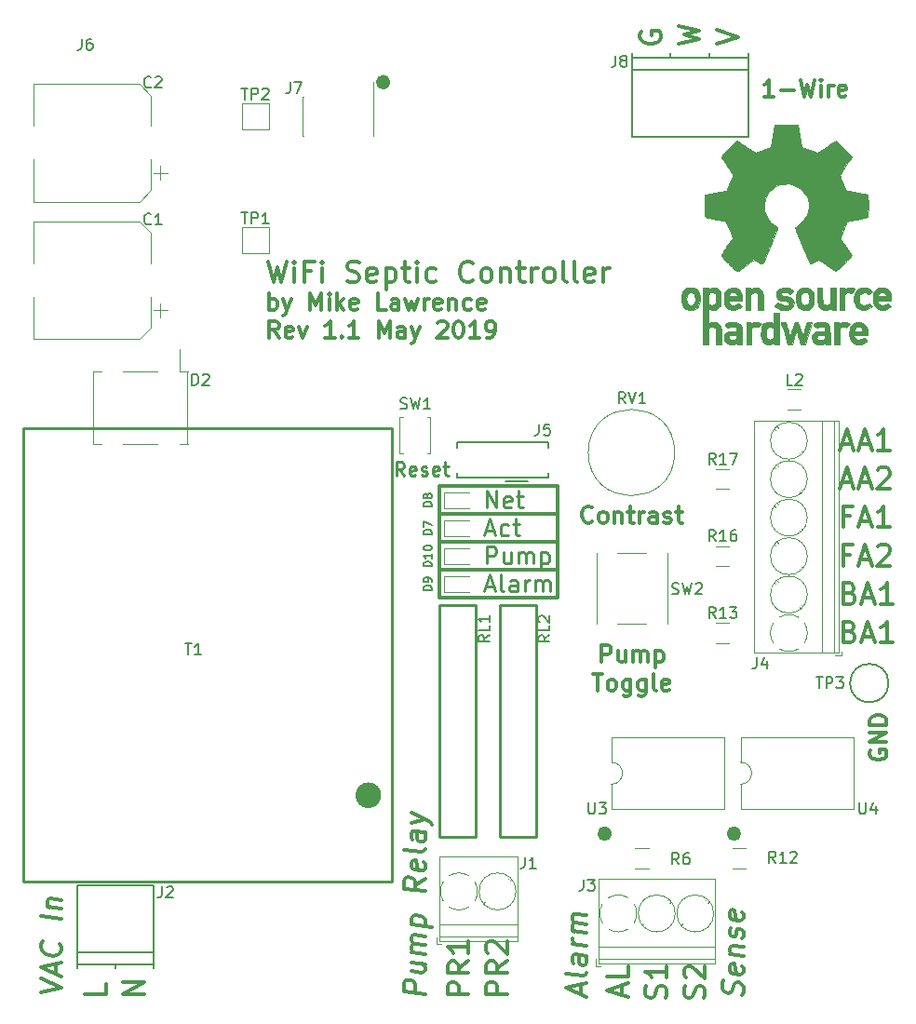
<source format=gto>
G04 #@! TF.GenerationSoftware,KiCad,Pcbnew,(5.1.2-1)-1*
G04 #@! TF.CreationDate,2019-05-05T13:33:14-05:00*
G04 #@! TF.ProjectId,WiFi-Septic-Controller,57694669-2d53-4657-9074-69632d436f6e,rev?*
G04 #@! TF.SameCoordinates,Original*
G04 #@! TF.FileFunction,Legend,Top*
G04 #@! TF.FilePolarity,Positive*
%FSLAX46Y46*%
G04 Gerber Fmt 4.6, Leading zero omitted, Abs format (unit mm)*
G04 Created by KiCad (PCBNEW (5.1.2-1)-1) date 2019-05-05 13:33:14*
%MOMM*%
%LPD*%
G04 APERTURE LIST*
%ADD10C,0.330200*%
%ADD11C,0.304800*%
%ADD12C,0.508000*%
%ADD13C,0.254000*%
%ADD14C,0.120000*%
%ADD15C,0.010000*%
%ADD16C,0.150000*%
%ADD17C,0.152400*%
G04 APERTURE END LIST*
D10*
X95771071Y-118899834D02*
X95861785Y-118639030D01*
X95861785Y-118185459D01*
X95771071Y-117992691D01*
X95680357Y-117890637D01*
X95498928Y-117777245D01*
X95317500Y-117754566D01*
X95136071Y-117822602D01*
X95045357Y-117901977D01*
X94954642Y-118072066D01*
X94863928Y-118423584D01*
X94773214Y-118593673D01*
X94682500Y-118673048D01*
X94501071Y-118741084D01*
X94319642Y-118718405D01*
X94138214Y-118605012D01*
X94047500Y-118502959D01*
X93956785Y-118310191D01*
X93956785Y-117856620D01*
X94047500Y-117595816D01*
X95771071Y-116269120D02*
X95861785Y-116461887D01*
X95861785Y-116824745D01*
X95771071Y-116994834D01*
X95589642Y-117062870D01*
X94863928Y-116972155D01*
X94682500Y-116858762D01*
X94591785Y-116665995D01*
X94591785Y-116303137D01*
X94682500Y-116133048D01*
X94863928Y-116065012D01*
X95045357Y-116087691D01*
X95226785Y-117017512D01*
X94591785Y-115214566D02*
X95861785Y-115373316D01*
X94773214Y-115237245D02*
X94682500Y-115135191D01*
X94591785Y-114942423D01*
X94591785Y-114670280D01*
X94682500Y-114500191D01*
X94863928Y-114432155D01*
X95861785Y-114556887D01*
X95771071Y-113729120D02*
X95861785Y-113559030D01*
X95861785Y-113196173D01*
X95771071Y-113003405D01*
X95589642Y-112890012D01*
X95498928Y-112878673D01*
X95317500Y-112946709D01*
X95226785Y-113116798D01*
X95226785Y-113388941D01*
X95136071Y-113559030D01*
X94954642Y-113627066D01*
X94863928Y-113615727D01*
X94682500Y-113502334D01*
X94591785Y-113309566D01*
X94591785Y-113037423D01*
X94682500Y-112867334D01*
X95771071Y-111370548D02*
X95861785Y-111563316D01*
X95861785Y-111926173D01*
X95771071Y-112096262D01*
X95589642Y-112164298D01*
X94863928Y-112073584D01*
X94682500Y-111960191D01*
X94591785Y-111767423D01*
X94591785Y-111404566D01*
X94682500Y-111234477D01*
X94863928Y-111166441D01*
X95045357Y-111189120D01*
X95226785Y-112118941D01*
X81067500Y-118843137D02*
X81067500Y-117935995D01*
X81611785Y-119092602D02*
X79706785Y-118219477D01*
X81611785Y-117822602D01*
X81611785Y-116915459D02*
X81521071Y-117085548D01*
X81339642Y-117153584D01*
X79706785Y-116949477D01*
X81611785Y-115373316D02*
X80613928Y-115248584D01*
X80432500Y-115316620D01*
X80341785Y-115486709D01*
X80341785Y-115849566D01*
X80432500Y-116042334D01*
X81521071Y-115361977D02*
X81611785Y-115554745D01*
X81611785Y-116008316D01*
X81521071Y-116178405D01*
X81339642Y-116246441D01*
X81158214Y-116223762D01*
X80976785Y-116110370D01*
X80886071Y-115917602D01*
X80886071Y-115464030D01*
X80795357Y-115271262D01*
X81611785Y-114466173D02*
X80341785Y-114307423D01*
X80704642Y-114352780D02*
X80523214Y-114239387D01*
X80432500Y-114137334D01*
X80341785Y-113944566D01*
X80341785Y-113763137D01*
X81611785Y-113286887D02*
X80341785Y-113128137D01*
X80523214Y-113150816D02*
X80432500Y-113048762D01*
X80341785Y-112855995D01*
X80341785Y-112583852D01*
X80432500Y-112413762D01*
X80613928Y-112345727D01*
X81611785Y-112470459D01*
X80613928Y-112345727D02*
X80432500Y-112232334D01*
X80341785Y-112039566D01*
X80341785Y-111767423D01*
X80432500Y-111597334D01*
X80613928Y-111529298D01*
X81611785Y-111654030D01*
D11*
X107442000Y-96665142D02*
X107369428Y-96810285D01*
X107369428Y-97028000D01*
X107442000Y-97245714D01*
X107587142Y-97390857D01*
X107732285Y-97463428D01*
X108022571Y-97536000D01*
X108240285Y-97536000D01*
X108530571Y-97463428D01*
X108675714Y-97390857D01*
X108820857Y-97245714D01*
X108893428Y-97028000D01*
X108893428Y-96882857D01*
X108820857Y-96665142D01*
X108748285Y-96592571D01*
X108240285Y-96592571D01*
X108240285Y-96882857D01*
X108893428Y-95939428D02*
X107369428Y-95939428D01*
X108893428Y-95068571D01*
X107369428Y-95068571D01*
X108893428Y-94342857D02*
X107369428Y-94342857D01*
X107369428Y-93980000D01*
X107442000Y-93762285D01*
X107587142Y-93617142D01*
X107732285Y-93544571D01*
X108022571Y-93472000D01*
X108240285Y-93472000D01*
X108530571Y-93544571D01*
X108675714Y-93617142D01*
X108820857Y-93762285D01*
X108893428Y-93980000D01*
X108893428Y-94342857D01*
X63600000Y-35900000D02*
G75*
G03X63600000Y-35900000I-500000J0D01*
G01*
X63400000Y-35900000D02*
G75*
G03X63400000Y-35900000I-300000J0D01*
G01*
X63200000Y-35900000D02*
G75*
G03X63200000Y-35900000I-100000J0D01*
G01*
D10*
X66901785Y-118820459D02*
X64996785Y-118582334D01*
X64996785Y-117856620D01*
X65087500Y-117686530D01*
X65178214Y-117607155D01*
X65359642Y-117539120D01*
X65631785Y-117573137D01*
X65813214Y-117686530D01*
X65903928Y-117788584D01*
X65994642Y-117981352D01*
X65994642Y-118707066D01*
X65631785Y-115940280D02*
X66901785Y-116099030D01*
X65631785Y-116756709D02*
X66629642Y-116881441D01*
X66811071Y-116813405D01*
X66901785Y-116643316D01*
X66901785Y-116371173D01*
X66811071Y-116178405D01*
X66720357Y-116076352D01*
X66901785Y-115191887D02*
X65631785Y-115033137D01*
X65813214Y-115055816D02*
X65722500Y-114953762D01*
X65631785Y-114760995D01*
X65631785Y-114488852D01*
X65722500Y-114318762D01*
X65903928Y-114250727D01*
X66901785Y-114375459D01*
X65903928Y-114250727D02*
X65722500Y-114137334D01*
X65631785Y-113944566D01*
X65631785Y-113672423D01*
X65722500Y-113502334D01*
X65903928Y-113434298D01*
X66901785Y-113559030D01*
X65631785Y-112493137D02*
X67536785Y-112731262D01*
X65722500Y-112504477D02*
X65631785Y-112311709D01*
X65631785Y-111948852D01*
X65722500Y-111778762D01*
X65813214Y-111699387D01*
X65994642Y-111631352D01*
X66538928Y-111699387D01*
X66720357Y-111812780D01*
X66811071Y-111914834D01*
X66901785Y-112107602D01*
X66901785Y-112470459D01*
X66811071Y-112640548D01*
X66901785Y-108388316D02*
X65994642Y-108909923D01*
X66901785Y-109476887D02*
X64996785Y-109238762D01*
X64996785Y-108513048D01*
X65087500Y-108342959D01*
X65178214Y-108263584D01*
X65359642Y-108195548D01*
X65631785Y-108229566D01*
X65813214Y-108342959D01*
X65903928Y-108445012D01*
X65994642Y-108637780D01*
X65994642Y-109363495D01*
X66811071Y-106834834D02*
X66901785Y-107027602D01*
X66901785Y-107390459D01*
X66811071Y-107560548D01*
X66629642Y-107628584D01*
X65903928Y-107537870D01*
X65722500Y-107424477D01*
X65631785Y-107231709D01*
X65631785Y-106868852D01*
X65722500Y-106698762D01*
X65903928Y-106630727D01*
X66085357Y-106653405D01*
X66266785Y-107583227D01*
X66901785Y-105666887D02*
X66811071Y-105836977D01*
X66629642Y-105905012D01*
X64996785Y-105700905D01*
X66901785Y-104124745D02*
X65903928Y-104000012D01*
X65722500Y-104068048D01*
X65631785Y-104238137D01*
X65631785Y-104600995D01*
X65722500Y-104793762D01*
X66811071Y-104113405D02*
X66901785Y-104306173D01*
X66901785Y-104759745D01*
X66811071Y-104929834D01*
X66629642Y-104997870D01*
X66448214Y-104975191D01*
X66266785Y-104861798D01*
X66176071Y-104669030D01*
X66176071Y-104215459D01*
X66085357Y-104022691D01*
X65631785Y-103240280D02*
X66901785Y-102945459D01*
X65631785Y-102333137D02*
X66901785Y-102945459D01*
X67355357Y-103183584D01*
X67446071Y-103285637D01*
X67536785Y-103478405D01*
X31956785Y-118650958D02*
X33861785Y-118254083D01*
X31956785Y-117380958D01*
X33317500Y-117006761D02*
X33317500Y-116099618D01*
X33861785Y-117256226D02*
X31956785Y-116383101D01*
X33861785Y-115986226D01*
X33680357Y-114239976D02*
X33771071Y-114342029D01*
X33861785Y-114625511D01*
X33861785Y-114806940D01*
X33771071Y-115067743D01*
X33589642Y-115226493D01*
X33408214Y-115294529D01*
X33045357Y-115339886D01*
X32773214Y-115305868D01*
X32410357Y-115169797D01*
X32228928Y-115056404D01*
X32047500Y-114852297D01*
X31956785Y-114568815D01*
X31956785Y-114387386D01*
X32047500Y-114126583D01*
X32138214Y-114047208D01*
X33861785Y-111994797D02*
X31956785Y-111756672D01*
X32591785Y-110928904D02*
X33861785Y-111087654D01*
X32773214Y-110951583D02*
X32682500Y-110849529D01*
X32591785Y-110656761D01*
X32591785Y-110384618D01*
X32682500Y-110214529D01*
X32863928Y-110146493D01*
X33861785Y-110271226D01*
D11*
X98633428Y-37189428D02*
X97762571Y-37189428D01*
X98198000Y-37189428D02*
X98198000Y-35665428D01*
X98052857Y-35883142D01*
X97907714Y-36028285D01*
X97762571Y-36100857D01*
X99286571Y-36608857D02*
X100447714Y-36608857D01*
X101028285Y-35665428D02*
X101391142Y-37189428D01*
X101681428Y-36100857D01*
X101971714Y-37189428D01*
X102334571Y-35665428D01*
X102915142Y-37189428D02*
X102915142Y-36173428D01*
X102915142Y-35665428D02*
X102842571Y-35738000D01*
X102915142Y-35810571D01*
X102987714Y-35738000D01*
X102915142Y-35665428D01*
X102915142Y-35810571D01*
X103640857Y-37189428D02*
X103640857Y-36173428D01*
X103640857Y-36463714D02*
X103713428Y-36318571D01*
X103786000Y-36246000D01*
X103931142Y-36173428D01*
X104076285Y-36173428D01*
X105164857Y-37116857D02*
X105019714Y-37189428D01*
X104729428Y-37189428D01*
X104584285Y-37116857D01*
X104511714Y-36971714D01*
X104511714Y-36391142D01*
X104584285Y-36246000D01*
X104729428Y-36173428D01*
X105019714Y-36173428D01*
X105164857Y-36246000D01*
X105237428Y-36391142D01*
X105237428Y-36536285D01*
X104511714Y-36681428D01*
X62750000Y-100750000D02*
G75*
G03X62750000Y-100750000I-1000000J0D01*
G01*
X62540569Y-100750000D02*
G75*
G03X62540569Y-100750000I-790569J0D01*
G01*
X62250000Y-100750000D02*
G75*
G03X62250000Y-100750000I-500000J0D01*
G01*
D12*
X62000000Y-100750000D02*
G75*
G03X62000000Y-100750000I-250000J0D01*
G01*
D11*
X95500000Y-104250000D02*
G75*
G03X95500000Y-104250000I-500000J0D01*
G01*
D12*
X95250000Y-104250000D02*
G75*
G03X95250000Y-104250000I-250000J0D01*
G01*
X83500000Y-104250000D02*
G75*
G03X83500000Y-104250000I-250000J0D01*
G01*
D11*
X83750000Y-104250000D02*
G75*
G03X83750000Y-104250000I-500000J0D01*
G01*
X52751977Y-56604428D02*
X52751977Y-55080428D01*
X52751977Y-55661000D02*
X52897120Y-55588428D01*
X53187405Y-55588428D01*
X53332548Y-55661000D01*
X53405120Y-55733571D01*
X53477691Y-55878714D01*
X53477691Y-56314142D01*
X53405120Y-56459285D01*
X53332548Y-56531857D01*
X53187405Y-56604428D01*
X52897120Y-56604428D01*
X52751977Y-56531857D01*
X53985691Y-55588428D02*
X54348548Y-56604428D01*
X54711405Y-55588428D02*
X54348548Y-56604428D01*
X54203405Y-56967285D01*
X54130834Y-57039857D01*
X53985691Y-57112428D01*
X56453120Y-56604428D02*
X56453120Y-55080428D01*
X56961120Y-56169000D01*
X57469120Y-55080428D01*
X57469120Y-56604428D01*
X58194834Y-56604428D02*
X58194834Y-55588428D01*
X58194834Y-55080428D02*
X58122262Y-55153000D01*
X58194834Y-55225571D01*
X58267405Y-55153000D01*
X58194834Y-55080428D01*
X58194834Y-55225571D01*
X58920548Y-56604428D02*
X58920548Y-55080428D01*
X59065691Y-56023857D02*
X59501120Y-56604428D01*
X59501120Y-55588428D02*
X58920548Y-56169000D01*
X60734834Y-56531857D02*
X60589691Y-56604428D01*
X60299405Y-56604428D01*
X60154262Y-56531857D01*
X60081691Y-56386714D01*
X60081691Y-55806142D01*
X60154262Y-55661000D01*
X60299405Y-55588428D01*
X60589691Y-55588428D01*
X60734834Y-55661000D01*
X60807405Y-55806142D01*
X60807405Y-55951285D01*
X60081691Y-56096428D01*
X63347405Y-56604428D02*
X62621691Y-56604428D01*
X62621691Y-55080428D01*
X64508548Y-56604428D02*
X64508548Y-55806142D01*
X64435977Y-55661000D01*
X64290834Y-55588428D01*
X64000548Y-55588428D01*
X63855405Y-55661000D01*
X64508548Y-56531857D02*
X64363405Y-56604428D01*
X64000548Y-56604428D01*
X63855405Y-56531857D01*
X63782834Y-56386714D01*
X63782834Y-56241571D01*
X63855405Y-56096428D01*
X64000548Y-56023857D01*
X64363405Y-56023857D01*
X64508548Y-55951285D01*
X65089120Y-55588428D02*
X65379405Y-56604428D01*
X65669691Y-55878714D01*
X65959977Y-56604428D01*
X66250262Y-55588428D01*
X66830834Y-56604428D02*
X66830834Y-55588428D01*
X66830834Y-55878714D02*
X66903405Y-55733571D01*
X66975977Y-55661000D01*
X67121120Y-55588428D01*
X67266262Y-55588428D01*
X68354834Y-56531857D02*
X68209691Y-56604428D01*
X67919405Y-56604428D01*
X67774262Y-56531857D01*
X67701691Y-56386714D01*
X67701691Y-55806142D01*
X67774262Y-55661000D01*
X67919405Y-55588428D01*
X68209691Y-55588428D01*
X68354834Y-55661000D01*
X68427405Y-55806142D01*
X68427405Y-55951285D01*
X67701691Y-56096428D01*
X69080548Y-55588428D02*
X69080548Y-56604428D01*
X69080548Y-55733571D02*
X69153120Y-55661000D01*
X69298262Y-55588428D01*
X69515977Y-55588428D01*
X69661120Y-55661000D01*
X69733691Y-55806142D01*
X69733691Y-56604428D01*
X71112548Y-56531857D02*
X70967405Y-56604428D01*
X70677120Y-56604428D01*
X70531977Y-56531857D01*
X70459405Y-56459285D01*
X70386834Y-56314142D01*
X70386834Y-55878714D01*
X70459405Y-55733571D01*
X70531977Y-55661000D01*
X70677120Y-55588428D01*
X70967405Y-55588428D01*
X71112548Y-55661000D01*
X72346262Y-56531857D02*
X72201120Y-56604428D01*
X71910834Y-56604428D01*
X71765691Y-56531857D01*
X71693120Y-56386714D01*
X71693120Y-55806142D01*
X71765691Y-55661000D01*
X71910834Y-55588428D01*
X72201120Y-55588428D01*
X72346262Y-55661000D01*
X72418834Y-55806142D01*
X72418834Y-55951285D01*
X71693120Y-56096428D01*
X53622834Y-59144428D02*
X53114834Y-58418714D01*
X52751977Y-59144428D02*
X52751977Y-57620428D01*
X53332548Y-57620428D01*
X53477691Y-57693000D01*
X53550262Y-57765571D01*
X53622834Y-57910714D01*
X53622834Y-58128428D01*
X53550262Y-58273571D01*
X53477691Y-58346142D01*
X53332548Y-58418714D01*
X52751977Y-58418714D01*
X54856548Y-59071857D02*
X54711405Y-59144428D01*
X54421120Y-59144428D01*
X54275977Y-59071857D01*
X54203405Y-58926714D01*
X54203405Y-58346142D01*
X54275977Y-58201000D01*
X54421120Y-58128428D01*
X54711405Y-58128428D01*
X54856548Y-58201000D01*
X54929120Y-58346142D01*
X54929120Y-58491285D01*
X54203405Y-58636428D01*
X55437120Y-58128428D02*
X55799977Y-59144428D01*
X56162834Y-58128428D01*
X58702834Y-59144428D02*
X57831977Y-59144428D01*
X58267405Y-59144428D02*
X58267405Y-57620428D01*
X58122262Y-57838142D01*
X57977120Y-57983285D01*
X57831977Y-58055857D01*
X59355977Y-58999285D02*
X59428548Y-59071857D01*
X59355977Y-59144428D01*
X59283405Y-59071857D01*
X59355977Y-58999285D01*
X59355977Y-59144428D01*
X60879977Y-59144428D02*
X60009120Y-59144428D01*
X60444548Y-59144428D02*
X60444548Y-57620428D01*
X60299405Y-57838142D01*
X60154262Y-57983285D01*
X60009120Y-58055857D01*
X62694262Y-59144428D02*
X62694262Y-57620428D01*
X63202262Y-58709000D01*
X63710262Y-57620428D01*
X63710262Y-59144428D01*
X65089120Y-59144428D02*
X65089120Y-58346142D01*
X65016548Y-58201000D01*
X64871405Y-58128428D01*
X64581120Y-58128428D01*
X64435977Y-58201000D01*
X65089120Y-59071857D02*
X64943977Y-59144428D01*
X64581120Y-59144428D01*
X64435977Y-59071857D01*
X64363405Y-58926714D01*
X64363405Y-58781571D01*
X64435977Y-58636428D01*
X64581120Y-58563857D01*
X64943977Y-58563857D01*
X65089120Y-58491285D01*
X65669691Y-58128428D02*
X66032548Y-59144428D01*
X66395405Y-58128428D02*
X66032548Y-59144428D01*
X65887405Y-59507285D01*
X65814834Y-59579857D01*
X65669691Y-59652428D01*
X68064548Y-57765571D02*
X68137120Y-57693000D01*
X68282262Y-57620428D01*
X68645120Y-57620428D01*
X68790262Y-57693000D01*
X68862834Y-57765571D01*
X68935405Y-57910714D01*
X68935405Y-58055857D01*
X68862834Y-58273571D01*
X67991977Y-59144428D01*
X68935405Y-59144428D01*
X69878834Y-57620428D02*
X70023977Y-57620428D01*
X70169120Y-57693000D01*
X70241691Y-57765571D01*
X70314262Y-57910714D01*
X70386834Y-58201000D01*
X70386834Y-58563857D01*
X70314262Y-58854142D01*
X70241691Y-58999285D01*
X70169120Y-59071857D01*
X70023977Y-59144428D01*
X69878834Y-59144428D01*
X69733691Y-59071857D01*
X69661120Y-58999285D01*
X69588548Y-58854142D01*
X69515977Y-58563857D01*
X69515977Y-58201000D01*
X69588548Y-57910714D01*
X69661120Y-57765571D01*
X69733691Y-57693000D01*
X69878834Y-57620428D01*
X71838262Y-59144428D02*
X70967405Y-59144428D01*
X71402834Y-59144428D02*
X71402834Y-57620428D01*
X71257691Y-57838142D01*
X71112548Y-57983285D01*
X70967405Y-58055857D01*
X72563977Y-59144428D02*
X72854262Y-59144428D01*
X72999405Y-59071857D01*
X73071977Y-58999285D01*
X73217120Y-58781571D01*
X73289691Y-58491285D01*
X73289691Y-57910714D01*
X73217120Y-57765571D01*
X73144548Y-57693000D01*
X72999405Y-57620428D01*
X72709120Y-57620428D01*
X72563977Y-57693000D01*
X72491405Y-57765571D01*
X72418834Y-57910714D01*
X72418834Y-58273571D01*
X72491405Y-58418714D01*
X72563977Y-58491285D01*
X72709120Y-58563857D01*
X72999405Y-58563857D01*
X73144548Y-58491285D01*
X73217120Y-58418714D01*
X73289691Y-58273571D01*
X52661262Y-52184785D02*
X53114834Y-54089785D01*
X53477691Y-52729071D01*
X53840548Y-54089785D01*
X54294120Y-52184785D01*
X55019834Y-54089785D02*
X55019834Y-52819785D01*
X55019834Y-52184785D02*
X54929120Y-52275500D01*
X55019834Y-52366214D01*
X55110548Y-52275500D01*
X55019834Y-52184785D01*
X55019834Y-52366214D01*
X56561977Y-53091928D02*
X55926977Y-53091928D01*
X55926977Y-54089785D02*
X55926977Y-52184785D01*
X56834120Y-52184785D01*
X57559834Y-54089785D02*
X57559834Y-52819785D01*
X57559834Y-52184785D02*
X57469120Y-52275500D01*
X57559834Y-52366214D01*
X57650548Y-52275500D01*
X57559834Y-52184785D01*
X57559834Y-52366214D01*
X59827691Y-53999071D02*
X60099834Y-54089785D01*
X60553405Y-54089785D01*
X60734834Y-53999071D01*
X60825548Y-53908357D01*
X60916262Y-53726928D01*
X60916262Y-53545500D01*
X60825548Y-53364071D01*
X60734834Y-53273357D01*
X60553405Y-53182642D01*
X60190548Y-53091928D01*
X60009120Y-53001214D01*
X59918405Y-52910500D01*
X59827691Y-52729071D01*
X59827691Y-52547642D01*
X59918405Y-52366214D01*
X60009120Y-52275500D01*
X60190548Y-52184785D01*
X60644120Y-52184785D01*
X60916262Y-52275500D01*
X62458405Y-53999071D02*
X62276977Y-54089785D01*
X61914120Y-54089785D01*
X61732691Y-53999071D01*
X61641977Y-53817642D01*
X61641977Y-53091928D01*
X61732691Y-52910500D01*
X61914120Y-52819785D01*
X62276977Y-52819785D01*
X62458405Y-52910500D01*
X62549120Y-53091928D01*
X62549120Y-53273357D01*
X61641977Y-53454785D01*
X63365548Y-52819785D02*
X63365548Y-54724785D01*
X63365548Y-52910500D02*
X63546977Y-52819785D01*
X63909834Y-52819785D01*
X64091262Y-52910500D01*
X64181977Y-53001214D01*
X64272691Y-53182642D01*
X64272691Y-53726928D01*
X64181977Y-53908357D01*
X64091262Y-53999071D01*
X63909834Y-54089785D01*
X63546977Y-54089785D01*
X63365548Y-53999071D01*
X64816977Y-52819785D02*
X65542691Y-52819785D01*
X65089120Y-52184785D02*
X65089120Y-53817642D01*
X65179834Y-53999071D01*
X65361262Y-54089785D01*
X65542691Y-54089785D01*
X66177691Y-54089785D02*
X66177691Y-52819785D01*
X66177691Y-52184785D02*
X66086977Y-52275500D01*
X66177691Y-52366214D01*
X66268405Y-52275500D01*
X66177691Y-52184785D01*
X66177691Y-52366214D01*
X67901262Y-53999071D02*
X67719834Y-54089785D01*
X67356977Y-54089785D01*
X67175548Y-53999071D01*
X67084834Y-53908357D01*
X66994120Y-53726928D01*
X66994120Y-53182642D01*
X67084834Y-53001214D01*
X67175548Y-52910500D01*
X67356977Y-52819785D01*
X67719834Y-52819785D01*
X67901262Y-52910500D01*
X71257691Y-53908357D02*
X71166977Y-53999071D01*
X70894834Y-54089785D01*
X70713405Y-54089785D01*
X70441262Y-53999071D01*
X70259834Y-53817642D01*
X70169120Y-53636214D01*
X70078405Y-53273357D01*
X70078405Y-53001214D01*
X70169120Y-52638357D01*
X70259834Y-52456928D01*
X70441262Y-52275500D01*
X70713405Y-52184785D01*
X70894834Y-52184785D01*
X71166977Y-52275500D01*
X71257691Y-52366214D01*
X72346262Y-54089785D02*
X72164834Y-53999071D01*
X72074120Y-53908357D01*
X71983405Y-53726928D01*
X71983405Y-53182642D01*
X72074120Y-53001214D01*
X72164834Y-52910500D01*
X72346262Y-52819785D01*
X72618405Y-52819785D01*
X72799834Y-52910500D01*
X72890548Y-53001214D01*
X72981262Y-53182642D01*
X72981262Y-53726928D01*
X72890548Y-53908357D01*
X72799834Y-53999071D01*
X72618405Y-54089785D01*
X72346262Y-54089785D01*
X73797691Y-52819785D02*
X73797691Y-54089785D01*
X73797691Y-53001214D02*
X73888405Y-52910500D01*
X74069834Y-52819785D01*
X74341977Y-52819785D01*
X74523405Y-52910500D01*
X74614120Y-53091928D01*
X74614120Y-54089785D01*
X75249120Y-52819785D02*
X75974834Y-52819785D01*
X75521262Y-52184785D02*
X75521262Y-53817642D01*
X75611977Y-53999071D01*
X75793405Y-54089785D01*
X75974834Y-54089785D01*
X76609834Y-54089785D02*
X76609834Y-52819785D01*
X76609834Y-53182642D02*
X76700548Y-53001214D01*
X76791262Y-52910500D01*
X76972691Y-52819785D01*
X77154120Y-52819785D01*
X78061262Y-54089785D02*
X77879834Y-53999071D01*
X77789120Y-53908357D01*
X77698405Y-53726928D01*
X77698405Y-53182642D01*
X77789120Y-53001214D01*
X77879834Y-52910500D01*
X78061262Y-52819785D01*
X78333405Y-52819785D01*
X78514834Y-52910500D01*
X78605548Y-53001214D01*
X78696262Y-53182642D01*
X78696262Y-53726928D01*
X78605548Y-53908357D01*
X78514834Y-53999071D01*
X78333405Y-54089785D01*
X78061262Y-54089785D01*
X79784834Y-54089785D02*
X79603405Y-53999071D01*
X79512691Y-53817642D01*
X79512691Y-52184785D01*
X80782691Y-54089785D02*
X80601262Y-53999071D01*
X80510548Y-53817642D01*
X80510548Y-52184785D01*
X82234120Y-53999071D02*
X82052691Y-54089785D01*
X81689834Y-54089785D01*
X81508405Y-53999071D01*
X81417691Y-53817642D01*
X81417691Y-53091928D01*
X81508405Y-52910500D01*
X81689834Y-52819785D01*
X82052691Y-52819785D01*
X82234120Y-52910500D01*
X82324834Y-53091928D01*
X82324834Y-53273357D01*
X81417691Y-53454785D01*
X83141262Y-54089785D02*
X83141262Y-52819785D01*
X83141262Y-53182642D02*
X83231977Y-53001214D01*
X83322691Y-52910500D01*
X83504120Y-52819785D01*
X83685548Y-52819785D01*
X82956000Y-88644028D02*
X82956000Y-87120028D01*
X83536571Y-87120028D01*
X83681714Y-87192600D01*
X83754285Y-87265171D01*
X83826857Y-87410314D01*
X83826857Y-87628028D01*
X83754285Y-87773171D01*
X83681714Y-87845742D01*
X83536571Y-87918314D01*
X82956000Y-87918314D01*
X85133142Y-87628028D02*
X85133142Y-88644028D01*
X84480000Y-87628028D02*
X84480000Y-88426314D01*
X84552571Y-88571457D01*
X84697714Y-88644028D01*
X84915428Y-88644028D01*
X85060571Y-88571457D01*
X85133142Y-88498885D01*
X85858857Y-88644028D02*
X85858857Y-87628028D01*
X85858857Y-87773171D02*
X85931428Y-87700600D01*
X86076571Y-87628028D01*
X86294285Y-87628028D01*
X86439428Y-87700600D01*
X86512000Y-87845742D01*
X86512000Y-88644028D01*
X86512000Y-87845742D02*
X86584571Y-87700600D01*
X86729714Y-87628028D01*
X86947428Y-87628028D01*
X87092571Y-87700600D01*
X87165142Y-87845742D01*
X87165142Y-88644028D01*
X87890857Y-87628028D02*
X87890857Y-89152028D01*
X87890857Y-87700600D02*
X88036000Y-87628028D01*
X88326285Y-87628028D01*
X88471428Y-87700600D01*
X88544000Y-87773171D01*
X88616571Y-87918314D01*
X88616571Y-88353742D01*
X88544000Y-88498885D01*
X88471428Y-88571457D01*
X88326285Y-88644028D01*
X88036000Y-88644028D01*
X87890857Y-88571457D01*
X82194000Y-89710828D02*
X83064857Y-89710828D01*
X82629428Y-91234828D02*
X82629428Y-89710828D01*
X83790571Y-91234828D02*
X83645428Y-91162257D01*
X83572857Y-91089685D01*
X83500285Y-90944542D01*
X83500285Y-90509114D01*
X83572857Y-90363971D01*
X83645428Y-90291400D01*
X83790571Y-90218828D01*
X84008285Y-90218828D01*
X84153428Y-90291400D01*
X84226000Y-90363971D01*
X84298571Y-90509114D01*
X84298571Y-90944542D01*
X84226000Y-91089685D01*
X84153428Y-91162257D01*
X84008285Y-91234828D01*
X83790571Y-91234828D01*
X85604857Y-90218828D02*
X85604857Y-91452542D01*
X85532285Y-91597685D01*
X85459714Y-91670257D01*
X85314571Y-91742828D01*
X85096857Y-91742828D01*
X84951714Y-91670257D01*
X85604857Y-91162257D02*
X85459714Y-91234828D01*
X85169428Y-91234828D01*
X85024285Y-91162257D01*
X84951714Y-91089685D01*
X84879142Y-90944542D01*
X84879142Y-90509114D01*
X84951714Y-90363971D01*
X85024285Y-90291400D01*
X85169428Y-90218828D01*
X85459714Y-90218828D01*
X85604857Y-90291400D01*
X86983714Y-90218828D02*
X86983714Y-91452542D01*
X86911142Y-91597685D01*
X86838571Y-91670257D01*
X86693428Y-91742828D01*
X86475714Y-91742828D01*
X86330571Y-91670257D01*
X86983714Y-91162257D02*
X86838571Y-91234828D01*
X86548285Y-91234828D01*
X86403142Y-91162257D01*
X86330571Y-91089685D01*
X86258000Y-90944542D01*
X86258000Y-90509114D01*
X86330571Y-90363971D01*
X86403142Y-90291400D01*
X86548285Y-90218828D01*
X86838571Y-90218828D01*
X86983714Y-90291400D01*
X87927142Y-91234828D02*
X87782000Y-91162257D01*
X87709428Y-91017114D01*
X87709428Y-89710828D01*
X89088285Y-91162257D02*
X88943142Y-91234828D01*
X88652857Y-91234828D01*
X88507714Y-91162257D01*
X88435142Y-91017114D01*
X88435142Y-90436542D01*
X88507714Y-90291400D01*
X88652857Y-90218828D01*
X88943142Y-90218828D01*
X89088285Y-90291400D01*
X89160857Y-90436542D01*
X89160857Y-90581685D01*
X88435142Y-90726828D01*
D13*
X72464385Y-81788000D02*
X73190100Y-81788000D01*
X72319242Y-82223428D02*
X72827242Y-80699428D01*
X73335242Y-82223428D01*
X74060957Y-82223428D02*
X73915814Y-82150857D01*
X73843242Y-82005714D01*
X73843242Y-80699428D01*
X75294671Y-82223428D02*
X75294671Y-81425142D01*
X75222100Y-81280000D01*
X75076957Y-81207428D01*
X74786671Y-81207428D01*
X74641528Y-81280000D01*
X75294671Y-82150857D02*
X75149528Y-82223428D01*
X74786671Y-82223428D01*
X74641528Y-82150857D01*
X74568957Y-82005714D01*
X74568957Y-81860571D01*
X74641528Y-81715428D01*
X74786671Y-81642857D01*
X75149528Y-81642857D01*
X75294671Y-81570285D01*
X76020385Y-82223428D02*
X76020385Y-81207428D01*
X76020385Y-81497714D02*
X76092957Y-81352571D01*
X76165528Y-81280000D01*
X76310671Y-81207428D01*
X76455814Y-81207428D01*
X76963814Y-82223428D02*
X76963814Y-81207428D01*
X76963814Y-81352571D02*
X77036385Y-81280000D01*
X77181528Y-81207428D01*
X77399242Y-81207428D01*
X77544385Y-81280000D01*
X77616957Y-81425142D01*
X77616957Y-82223428D01*
X77616957Y-81425142D02*
X77689528Y-81280000D01*
X77834671Y-81207428D01*
X78052385Y-81207428D01*
X78197528Y-81280000D01*
X78270100Y-81425142D01*
X78270100Y-82223428D01*
D11*
X68199000Y-82804000D02*
X78994000Y-82804000D01*
X68199000Y-77724000D02*
X78994000Y-77724000D01*
X68199000Y-75184000D02*
X78994000Y-75184000D01*
X68199000Y-72644000D02*
X68199000Y-82804000D01*
X78994000Y-72644000D02*
X68199000Y-72644000D01*
X78994000Y-82804000D02*
X78994000Y-72644000D01*
X68199000Y-80264000D02*
X78994000Y-80264000D01*
D13*
X72536957Y-79683428D02*
X72536957Y-78159428D01*
X73117528Y-78159428D01*
X73262671Y-78232000D01*
X73335242Y-78304571D01*
X73407814Y-78449714D01*
X73407814Y-78667428D01*
X73335242Y-78812571D01*
X73262671Y-78885142D01*
X73117528Y-78957714D01*
X72536957Y-78957714D01*
X74714100Y-78667428D02*
X74714100Y-79683428D01*
X74060957Y-78667428D02*
X74060957Y-79465714D01*
X74133528Y-79610857D01*
X74278671Y-79683428D01*
X74496385Y-79683428D01*
X74641528Y-79610857D01*
X74714100Y-79538285D01*
X75439814Y-79683428D02*
X75439814Y-78667428D01*
X75439814Y-78812571D02*
X75512385Y-78740000D01*
X75657528Y-78667428D01*
X75875242Y-78667428D01*
X76020385Y-78740000D01*
X76092957Y-78885142D01*
X76092957Y-79683428D01*
X76092957Y-78885142D02*
X76165528Y-78740000D01*
X76310671Y-78667428D01*
X76528385Y-78667428D01*
X76673528Y-78740000D01*
X76746100Y-78885142D01*
X76746100Y-79683428D01*
X77471814Y-78667428D02*
X77471814Y-80191428D01*
X77471814Y-78740000D02*
X77616957Y-78667428D01*
X77907242Y-78667428D01*
X78052385Y-78740000D01*
X78124957Y-78812571D01*
X78197528Y-78957714D01*
X78197528Y-79393142D01*
X78124957Y-79538285D01*
X78052385Y-79610857D01*
X77907242Y-79683428D01*
X77616957Y-79683428D01*
X77471814Y-79610857D01*
X72464385Y-76708000D02*
X73190100Y-76708000D01*
X72319242Y-77143428D02*
X72827242Y-75619428D01*
X73335242Y-77143428D01*
X74496385Y-77070857D02*
X74351242Y-77143428D01*
X74060957Y-77143428D01*
X73915814Y-77070857D01*
X73843242Y-76998285D01*
X73770671Y-76853142D01*
X73770671Y-76417714D01*
X73843242Y-76272571D01*
X73915814Y-76200000D01*
X74060957Y-76127428D01*
X74351242Y-76127428D01*
X74496385Y-76200000D01*
X74931814Y-76127428D02*
X75512385Y-76127428D01*
X75149528Y-75619428D02*
X75149528Y-76925714D01*
X75222100Y-77070857D01*
X75367242Y-77143428D01*
X75512385Y-77143428D01*
X72536957Y-74603428D02*
X72536957Y-73079428D01*
X73407814Y-74603428D01*
X73407814Y-73079428D01*
X74714100Y-74530857D02*
X74568957Y-74603428D01*
X74278671Y-74603428D01*
X74133528Y-74530857D01*
X74060957Y-74385714D01*
X74060957Y-73805142D01*
X74133528Y-73660000D01*
X74278671Y-73587428D01*
X74568957Y-73587428D01*
X74714100Y-73660000D01*
X74786671Y-73805142D01*
X74786671Y-73950285D01*
X74060957Y-74095428D01*
X75222100Y-73587428D02*
X75802671Y-73587428D01*
X75439814Y-73079428D02*
X75439814Y-74385714D01*
X75512385Y-74530857D01*
X75657528Y-74603428D01*
X75802671Y-74603428D01*
D11*
X82129000Y-75839285D02*
X82056428Y-75911857D01*
X81838714Y-75984428D01*
X81693571Y-75984428D01*
X81475857Y-75911857D01*
X81330714Y-75766714D01*
X81258142Y-75621571D01*
X81185571Y-75331285D01*
X81185571Y-75113571D01*
X81258142Y-74823285D01*
X81330714Y-74678142D01*
X81475857Y-74533000D01*
X81693571Y-74460428D01*
X81838714Y-74460428D01*
X82056428Y-74533000D01*
X82129000Y-74605571D01*
X82999857Y-75984428D02*
X82854714Y-75911857D01*
X82782142Y-75839285D01*
X82709571Y-75694142D01*
X82709571Y-75258714D01*
X82782142Y-75113571D01*
X82854714Y-75041000D01*
X82999857Y-74968428D01*
X83217571Y-74968428D01*
X83362714Y-75041000D01*
X83435285Y-75113571D01*
X83507857Y-75258714D01*
X83507857Y-75694142D01*
X83435285Y-75839285D01*
X83362714Y-75911857D01*
X83217571Y-75984428D01*
X82999857Y-75984428D01*
X84161000Y-74968428D02*
X84161000Y-75984428D01*
X84161000Y-75113571D02*
X84233571Y-75041000D01*
X84378714Y-74968428D01*
X84596428Y-74968428D01*
X84741571Y-75041000D01*
X84814142Y-75186142D01*
X84814142Y-75984428D01*
X85322142Y-74968428D02*
X85902714Y-74968428D01*
X85539857Y-74460428D02*
X85539857Y-75766714D01*
X85612428Y-75911857D01*
X85757571Y-75984428D01*
X85902714Y-75984428D01*
X86410714Y-75984428D02*
X86410714Y-74968428D01*
X86410714Y-75258714D02*
X86483285Y-75113571D01*
X86555857Y-75041000D01*
X86701000Y-74968428D01*
X86846142Y-74968428D01*
X88007285Y-75984428D02*
X88007285Y-75186142D01*
X87934714Y-75041000D01*
X87789571Y-74968428D01*
X87499285Y-74968428D01*
X87354142Y-75041000D01*
X88007285Y-75911857D02*
X87862142Y-75984428D01*
X87499285Y-75984428D01*
X87354142Y-75911857D01*
X87281571Y-75766714D01*
X87281571Y-75621571D01*
X87354142Y-75476428D01*
X87499285Y-75403857D01*
X87862142Y-75403857D01*
X88007285Y-75331285D01*
X88660428Y-75911857D02*
X88805571Y-75984428D01*
X89095857Y-75984428D01*
X89241000Y-75911857D01*
X89313571Y-75766714D01*
X89313571Y-75694142D01*
X89241000Y-75549000D01*
X89095857Y-75476428D01*
X88878142Y-75476428D01*
X88733000Y-75403857D01*
X88660428Y-75258714D01*
X88660428Y-75186142D01*
X88733000Y-75041000D01*
X88878142Y-74968428D01*
X89095857Y-74968428D01*
X89241000Y-75041000D01*
X89749000Y-74968428D02*
X90329571Y-74968428D01*
X89966714Y-74460428D02*
X89966714Y-75766714D01*
X90039285Y-75911857D01*
X90184428Y-75984428D01*
X90329571Y-75984428D01*
D10*
X89956785Y-32413227D02*
X91861785Y-31959655D01*
X90501071Y-31596798D01*
X91861785Y-31233941D01*
X89956785Y-30780370D01*
X93456785Y-32403941D02*
X95361785Y-31768941D01*
X93456785Y-31133941D01*
X86547500Y-31333941D02*
X86456785Y-31515370D01*
X86456785Y-31787512D01*
X86547500Y-32059655D01*
X86728928Y-32241084D01*
X86910357Y-32331798D01*
X87273214Y-32422512D01*
X87545357Y-32422512D01*
X87908214Y-32331798D01*
X88089642Y-32241084D01*
X88271071Y-32059655D01*
X88361785Y-31787512D01*
X88361785Y-31606084D01*
X88271071Y-31333941D01*
X88180357Y-31243227D01*
X87545357Y-31243227D01*
X87545357Y-31606084D01*
X74361785Y-118831798D02*
X72456785Y-118831798D01*
X72456785Y-118106084D01*
X72547500Y-117924655D01*
X72638214Y-117833941D01*
X72819642Y-117743227D01*
X73091785Y-117743227D01*
X73273214Y-117833941D01*
X73363928Y-117924655D01*
X73454642Y-118106084D01*
X73454642Y-118831798D01*
X74361785Y-115838227D02*
X73454642Y-116473227D01*
X74361785Y-116926798D02*
X72456785Y-116926798D01*
X72456785Y-116201084D01*
X72547500Y-116019655D01*
X72638214Y-115928941D01*
X72819642Y-115838227D01*
X73091785Y-115838227D01*
X73273214Y-115928941D01*
X73363928Y-116019655D01*
X73454642Y-116201084D01*
X73454642Y-116926798D01*
X72638214Y-115112512D02*
X72547500Y-115021798D01*
X72456785Y-114840370D01*
X72456785Y-114386798D01*
X72547500Y-114205370D01*
X72638214Y-114114655D01*
X72819642Y-114023941D01*
X73001071Y-114023941D01*
X73273214Y-114114655D01*
X74361785Y-115203227D01*
X74361785Y-114023941D01*
X70861785Y-118831798D02*
X68956785Y-118831798D01*
X68956785Y-118106084D01*
X69047500Y-117924655D01*
X69138214Y-117833941D01*
X69319642Y-117743227D01*
X69591785Y-117743227D01*
X69773214Y-117833941D01*
X69863928Y-117924655D01*
X69954642Y-118106084D01*
X69954642Y-118831798D01*
X70861785Y-115838227D02*
X69954642Y-116473227D01*
X70861785Y-116926798D02*
X68956785Y-116926798D01*
X68956785Y-116201084D01*
X69047500Y-116019655D01*
X69138214Y-115928941D01*
X69319642Y-115838227D01*
X69591785Y-115838227D01*
X69773214Y-115928941D01*
X69863928Y-116019655D01*
X69954642Y-116201084D01*
X69954642Y-116926798D01*
X70861785Y-114023941D02*
X70861785Y-115112512D01*
X70861785Y-114568227D02*
X68956785Y-114568227D01*
X69228928Y-114749655D01*
X69410357Y-114931084D01*
X69501071Y-115112512D01*
X41361785Y-118831798D02*
X39456785Y-118831798D01*
X41361785Y-117743227D01*
X39456785Y-117743227D01*
X37861785Y-117924655D02*
X37861785Y-118831798D01*
X35956785Y-118831798D01*
X84817500Y-118922512D02*
X84817500Y-118015370D01*
X85361785Y-119103941D02*
X83456785Y-118468941D01*
X85361785Y-117833941D01*
X85361785Y-116291798D02*
X85361785Y-117198941D01*
X83456785Y-117198941D01*
X105553201Y-85863928D02*
X105825344Y-85954642D01*
X105916058Y-86045357D01*
X106006772Y-86226785D01*
X106006772Y-86498928D01*
X105916058Y-86680357D01*
X105825344Y-86771071D01*
X105643915Y-86861785D01*
X104918201Y-86861785D01*
X104918201Y-84956785D01*
X105553201Y-84956785D01*
X105734630Y-85047500D01*
X105825344Y-85138214D01*
X105916058Y-85319642D01*
X105916058Y-85501071D01*
X105825344Y-85682500D01*
X105734630Y-85773214D01*
X105553201Y-85863928D01*
X104918201Y-85863928D01*
X106732487Y-86317500D02*
X107639630Y-86317500D01*
X106551058Y-86861785D02*
X107186058Y-84956785D01*
X107821058Y-86861785D01*
X109453915Y-86861785D02*
X108365344Y-86861785D01*
X108909630Y-86861785D02*
X108909630Y-84956785D01*
X108728201Y-85228928D01*
X108546772Y-85410357D01*
X108365344Y-85501071D01*
X105553201Y-82363928D02*
X105825344Y-82454642D01*
X105916058Y-82545357D01*
X106006772Y-82726785D01*
X106006772Y-82998928D01*
X105916058Y-83180357D01*
X105825344Y-83271071D01*
X105643915Y-83361785D01*
X104918201Y-83361785D01*
X104918201Y-81456785D01*
X105553201Y-81456785D01*
X105734630Y-81547500D01*
X105825344Y-81638214D01*
X105916058Y-81819642D01*
X105916058Y-82001071D01*
X105825344Y-82182500D01*
X105734630Y-82273214D01*
X105553201Y-82363928D01*
X104918201Y-82363928D01*
X106732487Y-82817500D02*
X107639630Y-82817500D01*
X106551058Y-83361785D02*
X107186058Y-81456785D01*
X107821058Y-83361785D01*
X109453915Y-83361785D02*
X108365344Y-83361785D01*
X108909630Y-83361785D02*
X108909630Y-81456785D01*
X108728201Y-81728928D01*
X108546772Y-81910357D01*
X108365344Y-82001071D01*
X105553201Y-78863928D02*
X104918201Y-78863928D01*
X104918201Y-79861785D02*
X104918201Y-77956785D01*
X105825344Y-77956785D01*
X106460344Y-79317500D02*
X107367487Y-79317500D01*
X106278915Y-79861785D02*
X106913915Y-77956785D01*
X107548915Y-79861785D01*
X108093201Y-78138214D02*
X108183915Y-78047500D01*
X108365344Y-77956785D01*
X108818915Y-77956785D01*
X109000344Y-78047500D01*
X109091058Y-78138214D01*
X109181772Y-78319642D01*
X109181772Y-78501071D01*
X109091058Y-78773214D01*
X108002487Y-79861785D01*
X109181772Y-79861785D01*
X105553201Y-75363928D02*
X104918201Y-75363928D01*
X104918201Y-76361785D02*
X104918201Y-74456785D01*
X105825344Y-74456785D01*
X106460344Y-75817500D02*
X107367487Y-75817500D01*
X106278915Y-76361785D02*
X106913915Y-74456785D01*
X107548915Y-76361785D01*
X109181772Y-76361785D02*
X108093201Y-76361785D01*
X108637487Y-76361785D02*
X108637487Y-74456785D01*
X108456058Y-74728928D01*
X108274630Y-74910357D01*
X108093201Y-75001071D01*
X104827487Y-72317500D02*
X105734630Y-72317500D01*
X104646058Y-72861785D02*
X105281058Y-70956785D01*
X105916058Y-72861785D01*
X106460344Y-72317500D02*
X107367487Y-72317500D01*
X106278915Y-72861785D02*
X106913915Y-70956785D01*
X107548915Y-72861785D01*
X108093201Y-71138214D02*
X108183915Y-71047500D01*
X108365344Y-70956785D01*
X108818915Y-70956785D01*
X109000344Y-71047500D01*
X109091058Y-71138214D01*
X109181772Y-71319642D01*
X109181772Y-71501071D01*
X109091058Y-71773214D01*
X108002487Y-72861785D01*
X109181772Y-72861785D01*
X104827487Y-68817500D02*
X105734630Y-68817500D01*
X104646058Y-69361785D02*
X105281058Y-67456785D01*
X105916058Y-69361785D01*
X106460344Y-68817500D02*
X107367487Y-68817500D01*
X106278915Y-69361785D02*
X106913915Y-67456785D01*
X107548915Y-69361785D01*
X109181772Y-69361785D02*
X108093201Y-69361785D01*
X108637487Y-69361785D02*
X108637487Y-67456785D01*
X108456058Y-67728928D01*
X108274630Y-67910357D01*
X108093201Y-68001071D01*
D13*
X65004042Y-71694523D02*
X64580709Y-71089761D01*
X64278328Y-71694523D02*
X64278328Y-70424523D01*
X64762138Y-70424523D01*
X64883090Y-70485000D01*
X64943566Y-70545476D01*
X65004042Y-70666428D01*
X65004042Y-70847857D01*
X64943566Y-70968809D01*
X64883090Y-71029285D01*
X64762138Y-71089761D01*
X64278328Y-71089761D01*
X66032138Y-71634047D02*
X65911185Y-71694523D01*
X65669280Y-71694523D01*
X65548328Y-71634047D01*
X65487852Y-71513095D01*
X65487852Y-71029285D01*
X65548328Y-70908333D01*
X65669280Y-70847857D01*
X65911185Y-70847857D01*
X66032138Y-70908333D01*
X66092614Y-71029285D01*
X66092614Y-71150238D01*
X65487852Y-71271190D01*
X66576423Y-71634047D02*
X66697376Y-71694523D01*
X66939280Y-71694523D01*
X67060233Y-71634047D01*
X67120709Y-71513095D01*
X67120709Y-71452619D01*
X67060233Y-71331666D01*
X66939280Y-71271190D01*
X66757852Y-71271190D01*
X66636900Y-71210714D01*
X66576423Y-71089761D01*
X66576423Y-71029285D01*
X66636900Y-70908333D01*
X66757852Y-70847857D01*
X66939280Y-70847857D01*
X67060233Y-70908333D01*
X68148804Y-71634047D02*
X68027852Y-71694523D01*
X67785947Y-71694523D01*
X67664995Y-71634047D01*
X67604519Y-71513095D01*
X67604519Y-71029285D01*
X67664995Y-70908333D01*
X67785947Y-70847857D01*
X68027852Y-70847857D01*
X68148804Y-70908333D01*
X68209280Y-71029285D01*
X68209280Y-71150238D01*
X67604519Y-71271190D01*
X68572138Y-70847857D02*
X69055947Y-70847857D01*
X68753566Y-70424523D02*
X68753566Y-71513095D01*
X68814042Y-71634047D01*
X68934995Y-71694523D01*
X69055947Y-71694523D01*
D10*
X92271071Y-119172512D02*
X92361785Y-118900370D01*
X92361785Y-118446798D01*
X92271071Y-118265370D01*
X92180357Y-118174655D01*
X91998928Y-118083941D01*
X91817500Y-118083941D01*
X91636071Y-118174655D01*
X91545357Y-118265370D01*
X91454642Y-118446798D01*
X91363928Y-118809655D01*
X91273214Y-118991084D01*
X91182500Y-119081798D01*
X91001071Y-119172512D01*
X90819642Y-119172512D01*
X90638214Y-119081798D01*
X90547500Y-118991084D01*
X90456785Y-118809655D01*
X90456785Y-118356084D01*
X90547500Y-118083941D01*
X90638214Y-117358227D02*
X90547500Y-117267512D01*
X90456785Y-117086084D01*
X90456785Y-116632512D01*
X90547500Y-116451084D01*
X90638214Y-116360370D01*
X90819642Y-116269655D01*
X91001071Y-116269655D01*
X91273214Y-116360370D01*
X92361785Y-117448941D01*
X92361785Y-116269655D01*
X88771071Y-119172512D02*
X88861785Y-118900370D01*
X88861785Y-118446798D01*
X88771071Y-118265370D01*
X88680357Y-118174655D01*
X88498928Y-118083941D01*
X88317500Y-118083941D01*
X88136071Y-118174655D01*
X88045357Y-118265370D01*
X87954642Y-118446798D01*
X87863928Y-118809655D01*
X87773214Y-118991084D01*
X87682500Y-119081798D01*
X87501071Y-119172512D01*
X87319642Y-119172512D01*
X87138214Y-119081798D01*
X87047500Y-118991084D01*
X86956785Y-118809655D01*
X86956785Y-118356084D01*
X87047500Y-118083941D01*
X88861785Y-116269655D02*
X88861785Y-117358227D01*
X88861785Y-116813941D02*
X86956785Y-116813941D01*
X87228928Y-116995370D01*
X87410357Y-117176798D01*
X87501071Y-117358227D01*
D14*
X89615000Y-69580000D02*
G75*
G03X89615000Y-69580000I-3930000J0D01*
G01*
X101424721Y-85109736D02*
G75*
G02X101680000Y-86000000I-1424721J-890264D01*
G01*
X99109807Y-84574495D02*
G75*
G02X100891000Y-84575000I890193J-1425505D01*
G01*
X98574642Y-86889894D02*
G75*
G02X98560000Y-85134000I1425358J889894D01*
G01*
X100889894Y-87425358D02*
G75*
G02X99134000Y-87440000I-889894J1425358D01*
G01*
X101680099Y-85971326D02*
G75*
G02X101440000Y-86866000I-1680099J-28674D01*
G01*
X101680000Y-82500000D02*
G75*
G03X101680000Y-82500000I-1680000J0D01*
G01*
X101680000Y-79000000D02*
G75*
G03X101680000Y-79000000I-1680000J0D01*
G01*
X101680000Y-75500000D02*
G75*
G03X101680000Y-75500000I-1680000J0D01*
G01*
X101680000Y-72000000D02*
G75*
G03X101680000Y-72000000I-1680000J0D01*
G01*
X101680000Y-68500000D02*
G75*
G03X101680000Y-68500000I-1680000J0D01*
G01*
X104100000Y-87810000D02*
X104100000Y-66689000D01*
X103000000Y-87810000D02*
X103000000Y-66689000D01*
X96840000Y-87810000D02*
X96840000Y-66689000D01*
X104560000Y-87810000D02*
X104560000Y-66689000D01*
X96840000Y-87810000D02*
X104560000Y-87810000D01*
X96840000Y-66689000D02*
X104560000Y-66689000D01*
X98931000Y-81225000D02*
X99059000Y-81354000D01*
X101181000Y-83475000D02*
X101274000Y-83569000D01*
X98725000Y-81430000D02*
X98819000Y-81524000D01*
X100941000Y-83645000D02*
X101069000Y-83774000D01*
X98931000Y-77725000D02*
X99059000Y-77854000D01*
X101181000Y-79975000D02*
X101274000Y-80069000D01*
X98725000Y-77930000D02*
X98819000Y-78024000D01*
X100941000Y-80145000D02*
X101069000Y-80274000D01*
X98931000Y-74225000D02*
X99059000Y-74354000D01*
X101181000Y-76475000D02*
X101274000Y-76569000D01*
X98725000Y-74430000D02*
X98819000Y-74524000D01*
X100941000Y-76645000D02*
X101069000Y-76774000D01*
X98931000Y-70725000D02*
X99059000Y-70854000D01*
X101181000Y-72975000D02*
X101274000Y-73069000D01*
X98725000Y-70930000D02*
X98819000Y-71024000D01*
X100941000Y-73145000D02*
X101069000Y-73274000D01*
X98931000Y-67225000D02*
X99059000Y-67354000D01*
X101181000Y-69475000D02*
X101274000Y-69569000D01*
X98725000Y-67430000D02*
X98819000Y-67524000D01*
X100941000Y-69645000D02*
X101069000Y-69774000D01*
X104160000Y-88050000D02*
X104800000Y-88050000D01*
X104800000Y-88050000D02*
X104800000Y-87650000D01*
D15*
G36*
X100998305Y-40775960D02*
G01*
X101186557Y-41774542D01*
X101881183Y-42060889D01*
X102575808Y-42347237D01*
X103409128Y-41780586D01*
X103642501Y-41622811D01*
X103853457Y-41481939D01*
X104032153Y-41364401D01*
X104168744Y-41276629D01*
X104253386Y-41225055D01*
X104276437Y-41213935D01*
X104317963Y-41242535D01*
X104406698Y-41321604D01*
X104532697Y-41441041D01*
X104686014Y-41590744D01*
X104856702Y-41760615D01*
X105034814Y-41940551D01*
X105210406Y-42120454D01*
X105373530Y-42290222D01*
X105514241Y-42439754D01*
X105622592Y-42558952D01*
X105688637Y-42637713D01*
X105704426Y-42664072D01*
X105681703Y-42712666D01*
X105617999Y-42819126D01*
X105520013Y-42973039D01*
X105394441Y-43163991D01*
X105247982Y-43381569D01*
X105163115Y-43505671D01*
X105008426Y-43732279D01*
X104870970Y-43936770D01*
X104757414Y-44108965D01*
X104674428Y-44238685D01*
X104628678Y-44315751D01*
X104621803Y-44331947D01*
X104637388Y-44377975D01*
X104679868Y-44485250D01*
X104742835Y-44638687D01*
X104819879Y-44823206D01*
X104904590Y-45023721D01*
X104990558Y-45225152D01*
X105071373Y-45412415D01*
X105140627Y-45570428D01*
X105191908Y-45684107D01*
X105218809Y-45738370D01*
X105220396Y-45740506D01*
X105262635Y-45750867D01*
X105375126Y-45773982D01*
X105546209Y-45807579D01*
X105764223Y-45849385D01*
X106017509Y-45897127D01*
X106165288Y-45924659D01*
X106435938Y-45976190D01*
X106680397Y-46025225D01*
X106886300Y-46069081D01*
X107041277Y-46105074D01*
X107132962Y-46130521D01*
X107151393Y-46138595D01*
X107169445Y-46193242D01*
X107184010Y-46316662D01*
X107195098Y-46494423D01*
X107202719Y-46712091D01*
X107206884Y-46955235D01*
X107207602Y-47209423D01*
X107204882Y-47460220D01*
X107198735Y-47693196D01*
X107189171Y-47893918D01*
X107176199Y-48047954D01*
X107159829Y-48140870D01*
X107150011Y-48160213D01*
X107091323Y-48183398D01*
X106966966Y-48216544D01*
X106793390Y-48255758D01*
X106587042Y-48297145D01*
X106515011Y-48310534D01*
X106167719Y-48374147D01*
X105893383Y-48425378D01*
X105682939Y-48466261D01*
X105527322Y-48498834D01*
X105417467Y-48525132D01*
X105344311Y-48547192D01*
X105298787Y-48567049D01*
X105271833Y-48586741D01*
X105268061Y-48590632D01*
X105230415Y-48653324D01*
X105172986Y-48775331D01*
X105101508Y-48941712D01*
X105021715Y-49137529D01*
X104939343Y-49347840D01*
X104860125Y-49557708D01*
X104789796Y-49752191D01*
X104734089Y-49916350D01*
X104698741Y-50035245D01*
X104689484Y-50093936D01*
X104690256Y-50095992D01*
X104721620Y-50143964D01*
X104792774Y-50249516D01*
X104896240Y-50401660D01*
X105024540Y-50589410D01*
X105170199Y-50801780D01*
X105211680Y-50862130D01*
X105359587Y-51080929D01*
X105489739Y-51280562D01*
X105595045Y-51449565D01*
X105668416Y-51576475D01*
X105702763Y-51649829D01*
X105704426Y-51658841D01*
X105675569Y-51706207D01*
X105595831Y-51800042D01*
X105475462Y-51930261D01*
X105324713Y-52086779D01*
X105153836Y-52259510D01*
X104973079Y-52438371D01*
X104792694Y-52613276D01*
X104622932Y-52774140D01*
X104474042Y-52910878D01*
X104356276Y-53013407D01*
X104279883Y-53071640D01*
X104258750Y-53081148D01*
X104209560Y-53058754D01*
X104108847Y-52998356D01*
X103973017Y-52910129D01*
X103868510Y-52839115D01*
X103679149Y-52708811D01*
X103454899Y-52555384D01*
X103229964Y-52402201D01*
X103109032Y-52320218D01*
X102699704Y-52043353D01*
X102356102Y-52229136D01*
X102199565Y-52310523D01*
X102066454Y-52373784D01*
X101976389Y-52409865D01*
X101953463Y-52414885D01*
X101925895Y-52377817D01*
X101871508Y-52273069D01*
X101794363Y-52110303D01*
X101698518Y-51899181D01*
X101588034Y-51649365D01*
X101466971Y-51370517D01*
X101339389Y-51072299D01*
X101209347Y-50764374D01*
X101080906Y-50456404D01*
X100958126Y-50158050D01*
X100845067Y-49878975D01*
X100745788Y-49628841D01*
X100664349Y-49417310D01*
X100604811Y-49254043D01*
X100571234Y-49148705D01*
X100565834Y-49112527D01*
X100608634Y-49066381D01*
X100702344Y-48991472D01*
X100827373Y-48903364D01*
X100837867Y-48896394D01*
X101161020Y-48637721D01*
X101421587Y-48335938D01*
X101617310Y-48000695D01*
X101745932Y-47641642D01*
X101805195Y-47268426D01*
X101792839Y-46890700D01*
X101706607Y-46518111D01*
X101544241Y-46160310D01*
X101496472Y-46082027D01*
X101248009Y-45765919D01*
X100954481Y-45512079D01*
X100626047Y-45321827D01*
X100272865Y-45196485D01*
X99905095Y-45137372D01*
X99532897Y-45145807D01*
X99166429Y-45223112D01*
X98815851Y-45370606D01*
X98491323Y-45589610D01*
X98390936Y-45678498D01*
X98135449Y-45956744D01*
X97949278Y-46249656D01*
X97821570Y-46577986D01*
X97750444Y-46903133D01*
X97732886Y-47268702D01*
X97791434Y-47636086D01*
X97920142Y-47992866D01*
X98113062Y-48326626D01*
X98364248Y-48624947D01*
X98667752Y-48875411D01*
X98707640Y-48901813D01*
X98834009Y-48988272D01*
X98930073Y-49063184D01*
X98976000Y-49111015D01*
X98976668Y-49112527D01*
X98966808Y-49164267D01*
X98927722Y-49281696D01*
X98863472Y-49455154D01*
X98778120Y-49674979D01*
X98675727Y-49931513D01*
X98560354Y-50215096D01*
X98436063Y-50516067D01*
X98306916Y-50824767D01*
X98176974Y-51131536D01*
X98050298Y-51426714D01*
X97930951Y-51700640D01*
X97822994Y-51943656D01*
X97730488Y-52146101D01*
X97657496Y-52298315D01*
X97608077Y-52390638D01*
X97588177Y-52414885D01*
X97527366Y-52396004D01*
X97413582Y-52345364D01*
X97266445Y-52272017D01*
X97185538Y-52229136D01*
X96841935Y-52043353D01*
X96432607Y-52320218D01*
X96223654Y-52462054D01*
X95994887Y-52618141D01*
X95780509Y-52765109D01*
X95673129Y-52839115D01*
X95522102Y-52940531D01*
X95394218Y-53020898D01*
X95306158Y-53070041D01*
X95277555Y-53080429D01*
X95235924Y-53052405D01*
X95143789Y-52974172D01*
X95010082Y-52853852D01*
X94843735Y-52699568D01*
X94653680Y-52519443D01*
X94533479Y-52403790D01*
X94323185Y-52197167D01*
X94141444Y-52012358D01*
X93995603Y-51857270D01*
X93893009Y-51739807D01*
X93841009Y-51667875D01*
X93836020Y-51653278D01*
X93859171Y-51597753D01*
X93923146Y-51485484D01*
X94020847Y-51327837D01*
X94145180Y-51136179D01*
X94289046Y-50921876D01*
X94329959Y-50862130D01*
X94479033Y-50644982D01*
X94612775Y-50449475D01*
X94723709Y-50286599D01*
X94804356Y-50167337D01*
X94847241Y-50102678D01*
X94851383Y-50095992D01*
X94845188Y-50044462D01*
X94812300Y-49931166D01*
X94758455Y-49771042D01*
X94689387Y-49579032D01*
X94610831Y-49370074D01*
X94528520Y-49159109D01*
X94448189Y-48961076D01*
X94375572Y-48790916D01*
X94316405Y-48663567D01*
X94276420Y-48593971D01*
X94273578Y-48590632D01*
X94249127Y-48570742D01*
X94207831Y-48551073D01*
X94140623Y-48529589D01*
X94038441Y-48504253D01*
X93892219Y-48473029D01*
X93692893Y-48433882D01*
X93431397Y-48384775D01*
X93098669Y-48323672D01*
X93026628Y-48310534D01*
X92813115Y-48269282D01*
X92626978Y-48228926D01*
X92484666Y-48193361D01*
X92402629Y-48166480D01*
X92391628Y-48160213D01*
X92373502Y-48104654D01*
X92358767Y-47980495D01*
X92347436Y-47802169D01*
X92339516Y-47584109D01*
X92335019Y-47340746D01*
X92333954Y-47086514D01*
X92336330Y-46835845D01*
X92342159Y-46603171D01*
X92351449Y-46402924D01*
X92364211Y-46249538D01*
X92380454Y-46157444D01*
X92390246Y-46138595D01*
X92444761Y-46119582D01*
X92568896Y-46088650D01*
X92750285Y-46048482D01*
X92976560Y-46001762D01*
X93235353Y-45951173D01*
X93376351Y-45924659D01*
X93643873Y-45874650D01*
X93882438Y-45829346D01*
X94080386Y-45791021D01*
X94226057Y-45761947D01*
X94307791Y-45744397D01*
X94321243Y-45740506D01*
X94343979Y-45696638D01*
X94392040Y-45590976D01*
X94459019Y-45438613D01*
X94538510Y-45254646D01*
X94624108Y-45054170D01*
X94709405Y-44852281D01*
X94787995Y-44664073D01*
X94853473Y-44504642D01*
X94899431Y-44389084D01*
X94919463Y-44332494D01*
X94919836Y-44330021D01*
X94897126Y-44285379D01*
X94833459Y-44182647D01*
X94735525Y-44032037D01*
X94610017Y-43843757D01*
X94463626Y-43628018D01*
X94378525Y-43504098D01*
X94223455Y-43276883D01*
X94085725Y-43070595D01*
X93972053Y-42895671D01*
X93889161Y-42762545D01*
X93843769Y-42681653D01*
X93837213Y-42663520D01*
X93865395Y-42621312D01*
X93943304Y-42531191D01*
X94060990Y-42403254D01*
X94208500Y-42247596D01*
X94375881Y-42074315D01*
X94553181Y-41893507D01*
X94730448Y-41715267D01*
X94897730Y-41549693D01*
X95045075Y-41406880D01*
X95162530Y-41296925D01*
X95240143Y-41229924D01*
X95266108Y-41213935D01*
X95308384Y-41236419D01*
X95409501Y-41299585D01*
X95559627Y-41397003D01*
X95748930Y-41522243D01*
X95967579Y-41668875D01*
X96132511Y-41780586D01*
X96965831Y-42347237D01*
X97660456Y-42060889D01*
X98355082Y-41774542D01*
X98543334Y-40775960D01*
X98731587Y-39777377D01*
X100810052Y-39777377D01*
X100998305Y-40775960D01*
X100998305Y-40775960D01*
G37*
X100998305Y-40775960D02*
X101186557Y-41774542D01*
X101881183Y-42060889D01*
X102575808Y-42347237D01*
X103409128Y-41780586D01*
X103642501Y-41622811D01*
X103853457Y-41481939D01*
X104032153Y-41364401D01*
X104168744Y-41276629D01*
X104253386Y-41225055D01*
X104276437Y-41213935D01*
X104317963Y-41242535D01*
X104406698Y-41321604D01*
X104532697Y-41441041D01*
X104686014Y-41590744D01*
X104856702Y-41760615D01*
X105034814Y-41940551D01*
X105210406Y-42120454D01*
X105373530Y-42290222D01*
X105514241Y-42439754D01*
X105622592Y-42558952D01*
X105688637Y-42637713D01*
X105704426Y-42664072D01*
X105681703Y-42712666D01*
X105617999Y-42819126D01*
X105520013Y-42973039D01*
X105394441Y-43163991D01*
X105247982Y-43381569D01*
X105163115Y-43505671D01*
X105008426Y-43732279D01*
X104870970Y-43936770D01*
X104757414Y-44108965D01*
X104674428Y-44238685D01*
X104628678Y-44315751D01*
X104621803Y-44331947D01*
X104637388Y-44377975D01*
X104679868Y-44485250D01*
X104742835Y-44638687D01*
X104819879Y-44823206D01*
X104904590Y-45023721D01*
X104990558Y-45225152D01*
X105071373Y-45412415D01*
X105140627Y-45570428D01*
X105191908Y-45684107D01*
X105218809Y-45738370D01*
X105220396Y-45740506D01*
X105262635Y-45750867D01*
X105375126Y-45773982D01*
X105546209Y-45807579D01*
X105764223Y-45849385D01*
X106017509Y-45897127D01*
X106165288Y-45924659D01*
X106435938Y-45976190D01*
X106680397Y-46025225D01*
X106886300Y-46069081D01*
X107041277Y-46105074D01*
X107132962Y-46130521D01*
X107151393Y-46138595D01*
X107169445Y-46193242D01*
X107184010Y-46316662D01*
X107195098Y-46494423D01*
X107202719Y-46712091D01*
X107206884Y-46955235D01*
X107207602Y-47209423D01*
X107204882Y-47460220D01*
X107198735Y-47693196D01*
X107189171Y-47893918D01*
X107176199Y-48047954D01*
X107159829Y-48140870D01*
X107150011Y-48160213D01*
X107091323Y-48183398D01*
X106966966Y-48216544D01*
X106793390Y-48255758D01*
X106587042Y-48297145D01*
X106515011Y-48310534D01*
X106167719Y-48374147D01*
X105893383Y-48425378D01*
X105682939Y-48466261D01*
X105527322Y-48498834D01*
X105417467Y-48525132D01*
X105344311Y-48547192D01*
X105298787Y-48567049D01*
X105271833Y-48586741D01*
X105268061Y-48590632D01*
X105230415Y-48653324D01*
X105172986Y-48775331D01*
X105101508Y-48941712D01*
X105021715Y-49137529D01*
X104939343Y-49347840D01*
X104860125Y-49557708D01*
X104789796Y-49752191D01*
X104734089Y-49916350D01*
X104698741Y-50035245D01*
X104689484Y-50093936D01*
X104690256Y-50095992D01*
X104721620Y-50143964D01*
X104792774Y-50249516D01*
X104896240Y-50401660D01*
X105024540Y-50589410D01*
X105170199Y-50801780D01*
X105211680Y-50862130D01*
X105359587Y-51080929D01*
X105489739Y-51280562D01*
X105595045Y-51449565D01*
X105668416Y-51576475D01*
X105702763Y-51649829D01*
X105704426Y-51658841D01*
X105675569Y-51706207D01*
X105595831Y-51800042D01*
X105475462Y-51930261D01*
X105324713Y-52086779D01*
X105153836Y-52259510D01*
X104973079Y-52438371D01*
X104792694Y-52613276D01*
X104622932Y-52774140D01*
X104474042Y-52910878D01*
X104356276Y-53013407D01*
X104279883Y-53071640D01*
X104258750Y-53081148D01*
X104209560Y-53058754D01*
X104108847Y-52998356D01*
X103973017Y-52910129D01*
X103868510Y-52839115D01*
X103679149Y-52708811D01*
X103454899Y-52555384D01*
X103229964Y-52402201D01*
X103109032Y-52320218D01*
X102699704Y-52043353D01*
X102356102Y-52229136D01*
X102199565Y-52310523D01*
X102066454Y-52373784D01*
X101976389Y-52409865D01*
X101953463Y-52414885D01*
X101925895Y-52377817D01*
X101871508Y-52273069D01*
X101794363Y-52110303D01*
X101698518Y-51899181D01*
X101588034Y-51649365D01*
X101466971Y-51370517D01*
X101339389Y-51072299D01*
X101209347Y-50764374D01*
X101080906Y-50456404D01*
X100958126Y-50158050D01*
X100845067Y-49878975D01*
X100745788Y-49628841D01*
X100664349Y-49417310D01*
X100604811Y-49254043D01*
X100571234Y-49148705D01*
X100565834Y-49112527D01*
X100608634Y-49066381D01*
X100702344Y-48991472D01*
X100827373Y-48903364D01*
X100837867Y-48896394D01*
X101161020Y-48637721D01*
X101421587Y-48335938D01*
X101617310Y-48000695D01*
X101745932Y-47641642D01*
X101805195Y-47268426D01*
X101792839Y-46890700D01*
X101706607Y-46518111D01*
X101544241Y-46160310D01*
X101496472Y-46082027D01*
X101248009Y-45765919D01*
X100954481Y-45512079D01*
X100626047Y-45321827D01*
X100272865Y-45196485D01*
X99905095Y-45137372D01*
X99532897Y-45145807D01*
X99166429Y-45223112D01*
X98815851Y-45370606D01*
X98491323Y-45589610D01*
X98390936Y-45678498D01*
X98135449Y-45956744D01*
X97949278Y-46249656D01*
X97821570Y-46577986D01*
X97750444Y-46903133D01*
X97732886Y-47268702D01*
X97791434Y-47636086D01*
X97920142Y-47992866D01*
X98113062Y-48326626D01*
X98364248Y-48624947D01*
X98667752Y-48875411D01*
X98707640Y-48901813D01*
X98834009Y-48988272D01*
X98930073Y-49063184D01*
X98976000Y-49111015D01*
X98976668Y-49112527D01*
X98966808Y-49164267D01*
X98927722Y-49281696D01*
X98863472Y-49455154D01*
X98778120Y-49674979D01*
X98675727Y-49931513D01*
X98560354Y-50215096D01*
X98436063Y-50516067D01*
X98306916Y-50824767D01*
X98176974Y-51131536D01*
X98050298Y-51426714D01*
X97930951Y-51700640D01*
X97822994Y-51943656D01*
X97730488Y-52146101D01*
X97657496Y-52298315D01*
X97608077Y-52390638D01*
X97588177Y-52414885D01*
X97527366Y-52396004D01*
X97413582Y-52345364D01*
X97266445Y-52272017D01*
X97185538Y-52229136D01*
X96841935Y-52043353D01*
X96432607Y-52320218D01*
X96223654Y-52462054D01*
X95994887Y-52618141D01*
X95780509Y-52765109D01*
X95673129Y-52839115D01*
X95522102Y-52940531D01*
X95394218Y-53020898D01*
X95306158Y-53070041D01*
X95277555Y-53080429D01*
X95235924Y-53052405D01*
X95143789Y-52974172D01*
X95010082Y-52853852D01*
X94843735Y-52699568D01*
X94653680Y-52519443D01*
X94533479Y-52403790D01*
X94323185Y-52197167D01*
X94141444Y-52012358D01*
X93995603Y-51857270D01*
X93893009Y-51739807D01*
X93841009Y-51667875D01*
X93836020Y-51653278D01*
X93859171Y-51597753D01*
X93923146Y-51485484D01*
X94020847Y-51327837D01*
X94145180Y-51136179D01*
X94289046Y-50921876D01*
X94329959Y-50862130D01*
X94479033Y-50644982D01*
X94612775Y-50449475D01*
X94723709Y-50286599D01*
X94804356Y-50167337D01*
X94847241Y-50102678D01*
X94851383Y-50095992D01*
X94845188Y-50044462D01*
X94812300Y-49931166D01*
X94758455Y-49771042D01*
X94689387Y-49579032D01*
X94610831Y-49370074D01*
X94528520Y-49159109D01*
X94448189Y-48961076D01*
X94375572Y-48790916D01*
X94316405Y-48663567D01*
X94276420Y-48593971D01*
X94273578Y-48590632D01*
X94249127Y-48570742D01*
X94207831Y-48551073D01*
X94140623Y-48529589D01*
X94038441Y-48504253D01*
X93892219Y-48473029D01*
X93692893Y-48433882D01*
X93431397Y-48384775D01*
X93098669Y-48323672D01*
X93026628Y-48310534D01*
X92813115Y-48269282D01*
X92626978Y-48228926D01*
X92484666Y-48193361D01*
X92402629Y-48166480D01*
X92391628Y-48160213D01*
X92373502Y-48104654D01*
X92358767Y-47980495D01*
X92347436Y-47802169D01*
X92339516Y-47584109D01*
X92335019Y-47340746D01*
X92333954Y-47086514D01*
X92336330Y-46835845D01*
X92342159Y-46603171D01*
X92351449Y-46402924D01*
X92364211Y-46249538D01*
X92380454Y-46157444D01*
X92390246Y-46138595D01*
X92444761Y-46119582D01*
X92568896Y-46088650D01*
X92750285Y-46048482D01*
X92976560Y-46001762D01*
X93235353Y-45951173D01*
X93376351Y-45924659D01*
X93643873Y-45874650D01*
X93882438Y-45829346D01*
X94080386Y-45791021D01*
X94226057Y-45761947D01*
X94307791Y-45744397D01*
X94321243Y-45740506D01*
X94343979Y-45696638D01*
X94392040Y-45590976D01*
X94459019Y-45438613D01*
X94538510Y-45254646D01*
X94624108Y-45054170D01*
X94709405Y-44852281D01*
X94787995Y-44664073D01*
X94853473Y-44504642D01*
X94899431Y-44389084D01*
X94919463Y-44332494D01*
X94919836Y-44330021D01*
X94897126Y-44285379D01*
X94833459Y-44182647D01*
X94735525Y-44032037D01*
X94610017Y-43843757D01*
X94463626Y-43628018D01*
X94378525Y-43504098D01*
X94223455Y-43276883D01*
X94085725Y-43070595D01*
X93972053Y-42895671D01*
X93889161Y-42762545D01*
X93843769Y-42681653D01*
X93837213Y-42663520D01*
X93865395Y-42621312D01*
X93943304Y-42531191D01*
X94060990Y-42403254D01*
X94208500Y-42247596D01*
X94375881Y-42074315D01*
X94553181Y-41893507D01*
X94730448Y-41715267D01*
X94897730Y-41549693D01*
X95045075Y-41406880D01*
X95162530Y-41296925D01*
X95240143Y-41229924D01*
X95266108Y-41213935D01*
X95308384Y-41236419D01*
X95409501Y-41299585D01*
X95559627Y-41397003D01*
X95748930Y-41522243D01*
X95967579Y-41668875D01*
X96132511Y-41780586D01*
X96965831Y-42347237D01*
X97660456Y-42060889D01*
X98355082Y-41774542D01*
X98543334Y-40775960D01*
X98731587Y-39777377D01*
X100810052Y-39777377D01*
X100998305Y-40775960D01*
G36*
X105708869Y-54578231D02*
G01*
X105852092Y-54621989D01*
X105944306Y-54677280D01*
X105974344Y-54721004D01*
X105966076Y-54772834D01*
X105912427Y-54854259D01*
X105867063Y-54911927D01*
X105773546Y-55016182D01*
X105703287Y-55060045D01*
X105643393Y-55057182D01*
X105465720Y-55011967D01*
X105335234Y-55014020D01*
X105229273Y-55065261D01*
X105193700Y-55095252D01*
X105079836Y-55200778D01*
X105079836Y-56578853D01*
X104621803Y-56578853D01*
X104621803Y-54580164D01*
X104850820Y-54580164D01*
X104988318Y-54585602D01*
X105059258Y-54604909D01*
X105079827Y-54642576D01*
X105079836Y-54643692D01*
X105089550Y-54683146D01*
X105133478Y-54678000D01*
X105194344Y-54649536D01*
X105320054Y-54596569D01*
X105422134Y-54564703D01*
X105553480Y-54556533D01*
X105708869Y-54578231D01*
X105708869Y-54578231D01*
G37*
X105708869Y-54578231D02*
X105852092Y-54621989D01*
X105944306Y-54677280D01*
X105974344Y-54721004D01*
X105966076Y-54772834D01*
X105912427Y-54854259D01*
X105867063Y-54911927D01*
X105773546Y-55016182D01*
X105703287Y-55060045D01*
X105643393Y-55057182D01*
X105465720Y-55011967D01*
X105335234Y-55014020D01*
X105229273Y-55065261D01*
X105193700Y-55095252D01*
X105079836Y-55200778D01*
X105079836Y-56578853D01*
X104621803Y-56578853D01*
X104621803Y-54580164D01*
X104850820Y-54580164D01*
X104988318Y-54585602D01*
X105059258Y-54604909D01*
X105079827Y-54642576D01*
X105079836Y-54643692D01*
X105089550Y-54683146D01*
X105133478Y-54678000D01*
X105194344Y-54649536D01*
X105320054Y-54596569D01*
X105422134Y-54564703D01*
X105553480Y-54556533D01*
X105708869Y-54578231D01*
G36*
X97253108Y-54614563D02*
G01*
X97356740Y-54664062D01*
X97457106Y-54735561D01*
X97533568Y-54817853D01*
X97589262Y-54922811D01*
X97627323Y-55062313D01*
X97650885Y-55248233D01*
X97663085Y-55492448D01*
X97667056Y-55806833D01*
X97667118Y-55839754D01*
X97668033Y-56578853D01*
X97210000Y-56578853D01*
X97210000Y-55897481D01*
X97209674Y-55645050D01*
X97207419Y-55462093D01*
X97201319Y-55334807D01*
X97189459Y-55249386D01*
X97169924Y-55192026D01*
X97140797Y-55148924D01*
X97100224Y-55106334D01*
X96958269Y-55014824D01*
X96803306Y-54997843D01*
X96655677Y-55055701D01*
X96604337Y-55098763D01*
X96566647Y-55139249D01*
X96539587Y-55182607D01*
X96521397Y-55242463D01*
X96510316Y-55332441D01*
X96504586Y-55466168D01*
X96502444Y-55657270D01*
X96502131Y-55889911D01*
X96502131Y-56578853D01*
X96044098Y-56578853D01*
X96044098Y-54580164D01*
X96273115Y-54580164D01*
X96410614Y-54585602D01*
X96481553Y-54604909D01*
X96502122Y-54642576D01*
X96502131Y-54643692D01*
X96511675Y-54680581D01*
X96553767Y-54676395D01*
X96637459Y-54635861D01*
X96827273Y-54576224D01*
X97044401Y-54569591D01*
X97253108Y-54614563D01*
X97253108Y-54614563D01*
G37*
X97253108Y-54614563D02*
X97356740Y-54664062D01*
X97457106Y-54735561D01*
X97533568Y-54817853D01*
X97589262Y-54922811D01*
X97627323Y-55062313D01*
X97650885Y-55248233D01*
X97663085Y-55492448D01*
X97667056Y-55806833D01*
X97667118Y-55839754D01*
X97668033Y-56578853D01*
X97210000Y-56578853D01*
X97210000Y-55897481D01*
X97209674Y-55645050D01*
X97207419Y-55462093D01*
X97201319Y-55334807D01*
X97189459Y-55249386D01*
X97169924Y-55192026D01*
X97140797Y-55148924D01*
X97100224Y-55106334D01*
X96958269Y-55014824D01*
X96803306Y-54997843D01*
X96655677Y-55055701D01*
X96604337Y-55098763D01*
X96566647Y-55139249D01*
X96539587Y-55182607D01*
X96521397Y-55242463D01*
X96510316Y-55332441D01*
X96504586Y-55466168D01*
X96502444Y-55657270D01*
X96502131Y-55889911D01*
X96502131Y-56578853D01*
X96044098Y-56578853D01*
X96044098Y-54580164D01*
X96273115Y-54580164D01*
X96410614Y-54585602D01*
X96481553Y-54604909D01*
X96502122Y-54642576D01*
X96502131Y-54643692D01*
X96511675Y-54680581D01*
X96553767Y-54676395D01*
X96637459Y-54635861D01*
X96827273Y-54576224D01*
X97044401Y-54569591D01*
X97253108Y-54614563D01*
G36*
X108617792Y-54573019D02*
G01*
X108724414Y-54598922D01*
X108928830Y-54693772D01*
X109103625Y-54838633D01*
X109224597Y-55012320D01*
X109241217Y-55051317D01*
X109264016Y-55153465D01*
X109279975Y-55304573D01*
X109285410Y-55457301D01*
X109285410Y-55746066D01*
X108681639Y-55746066D01*
X108432619Y-55747007D01*
X108257189Y-55752723D01*
X108145665Y-55767550D01*
X108088360Y-55795827D01*
X108075588Y-55841890D01*
X108097662Y-55910077D01*
X108137205Y-55989863D01*
X108247509Y-56123017D01*
X108400792Y-56189355D01*
X108588141Y-56187194D01*
X108800363Y-56114991D01*
X108983773Y-56025883D01*
X109135962Y-56146220D01*
X109288151Y-56266558D01*
X109144974Y-56398843D01*
X108953828Y-56523832D01*
X108718753Y-56599189D01*
X108465898Y-56620278D01*
X108221413Y-56582460D01*
X108181967Y-56569628D01*
X107967090Y-56457414D01*
X107807250Y-56290118D01*
X107699080Y-56062748D01*
X107639210Y-55770308D01*
X107638513Y-55764040D01*
X107633152Y-55445332D01*
X107654823Y-55331632D01*
X108077869Y-55331632D01*
X108116722Y-55349116D01*
X108222205Y-55362508D01*
X108377707Y-55370155D01*
X108476249Y-55371312D01*
X108660013Y-55370588D01*
X108774914Y-55365983D01*
X108835366Y-55353848D01*
X108855783Y-55330530D01*
X108850581Y-55292382D01*
X108846217Y-55277623D01*
X108771724Y-55138944D01*
X108654566Y-55027179D01*
X108551173Y-54978066D01*
X108413816Y-54981032D01*
X108274629Y-55042278D01*
X108157874Y-55143683D01*
X108087810Y-55267122D01*
X108077869Y-55331632D01*
X107654823Y-55331632D01*
X107686579Y-55165020D01*
X107792572Y-54929780D01*
X107944911Y-54746284D01*
X108137374Y-54621209D01*
X108363742Y-54561229D01*
X108617792Y-54573019D01*
X108617792Y-54573019D01*
G37*
X108617792Y-54573019D02*
X108724414Y-54598922D01*
X108928830Y-54693772D01*
X109103625Y-54838633D01*
X109224597Y-55012320D01*
X109241217Y-55051317D01*
X109264016Y-55153465D01*
X109279975Y-55304573D01*
X109285410Y-55457301D01*
X109285410Y-55746066D01*
X108681639Y-55746066D01*
X108432619Y-55747007D01*
X108257189Y-55752723D01*
X108145665Y-55767550D01*
X108088360Y-55795827D01*
X108075588Y-55841890D01*
X108097662Y-55910077D01*
X108137205Y-55989863D01*
X108247509Y-56123017D01*
X108400792Y-56189355D01*
X108588141Y-56187194D01*
X108800363Y-56114991D01*
X108983773Y-56025883D01*
X109135962Y-56146220D01*
X109288151Y-56266558D01*
X109144974Y-56398843D01*
X108953828Y-56523832D01*
X108718753Y-56599189D01*
X108465898Y-56620278D01*
X108221413Y-56582460D01*
X108181967Y-56569628D01*
X107967090Y-56457414D01*
X107807250Y-56290118D01*
X107699080Y-56062748D01*
X107639210Y-55770308D01*
X107638513Y-55764040D01*
X107633152Y-55445332D01*
X107654823Y-55331632D01*
X108077869Y-55331632D01*
X108116722Y-55349116D01*
X108222205Y-55362508D01*
X108377707Y-55370155D01*
X108476249Y-55371312D01*
X108660013Y-55370588D01*
X108774914Y-55365983D01*
X108835366Y-55353848D01*
X108855783Y-55330530D01*
X108850581Y-55292382D01*
X108846217Y-55277623D01*
X108771724Y-55138944D01*
X108654566Y-55027179D01*
X108551173Y-54978066D01*
X108413816Y-54981032D01*
X108274629Y-55042278D01*
X108157874Y-55143683D01*
X108087810Y-55267122D01*
X108077869Y-55331632D01*
X107654823Y-55331632D01*
X107686579Y-55165020D01*
X107792572Y-54929780D01*
X107944911Y-54746284D01*
X108137374Y-54621209D01*
X108363742Y-54561229D01*
X108617792Y-54573019D01*
G36*
X107092288Y-54597602D02*
G01*
X107333543Y-54700090D01*
X107409531Y-54749981D01*
X107506648Y-54826651D01*
X107567612Y-54886936D01*
X107578197Y-54906571D01*
X107548308Y-54950142D01*
X107471819Y-55024077D01*
X107410582Y-55075679D01*
X107242967Y-55210378D01*
X107110614Y-55099010D01*
X107008336Y-55027113D01*
X106908610Y-55002296D01*
X106794475Y-55008357D01*
X106613234Y-55053418D01*
X106488475Y-55146949D01*
X106412658Y-55298154D01*
X106378240Y-55516236D01*
X106378231Y-55516373D01*
X106381208Y-55760124D01*
X106427467Y-55938966D01*
X106519742Y-56060730D01*
X106582650Y-56101964D01*
X106749717Y-56153311D01*
X106928162Y-56153342D01*
X107083415Y-56103522D01*
X107120164Y-56079180D01*
X107212330Y-56017004D01*
X107284387Y-56006813D01*
X107362102Y-56053092D01*
X107448018Y-56136212D01*
X107584011Y-56276521D01*
X107433023Y-56400978D01*
X107199740Y-56541443D01*
X106936673Y-56610666D01*
X106661760Y-56605653D01*
X106481216Y-56559755D01*
X106270194Y-56446249D01*
X106101426Y-56267685D01*
X106024753Y-56141639D01*
X105962654Y-55960791D01*
X105931581Y-55731745D01*
X105931342Y-55483510D01*
X105961743Y-55245093D01*
X106022592Y-55045503D01*
X106032176Y-55025039D01*
X106174102Y-54824341D01*
X106366259Y-54678217D01*
X106593464Y-54589698D01*
X106840535Y-54561815D01*
X107092288Y-54597602D01*
X107092288Y-54597602D01*
G37*
X107092288Y-54597602D02*
X107333543Y-54700090D01*
X107409531Y-54749981D01*
X107506648Y-54826651D01*
X107567612Y-54886936D01*
X107578197Y-54906571D01*
X107548308Y-54950142D01*
X107471819Y-55024077D01*
X107410582Y-55075679D01*
X107242967Y-55210378D01*
X107110614Y-55099010D01*
X107008336Y-55027113D01*
X106908610Y-55002296D01*
X106794475Y-55008357D01*
X106613234Y-55053418D01*
X106488475Y-55146949D01*
X106412658Y-55298154D01*
X106378240Y-55516236D01*
X106378231Y-55516373D01*
X106381208Y-55760124D01*
X106427467Y-55938966D01*
X106519742Y-56060730D01*
X106582650Y-56101964D01*
X106749717Y-56153311D01*
X106928162Y-56153342D01*
X107083415Y-56103522D01*
X107120164Y-56079180D01*
X107212330Y-56017004D01*
X107284387Y-56006813D01*
X107362102Y-56053092D01*
X107448018Y-56136212D01*
X107584011Y-56276521D01*
X107433023Y-56400978D01*
X107199740Y-56541443D01*
X106936673Y-56610666D01*
X106661760Y-56605653D01*
X106481216Y-56559755D01*
X106270194Y-56446249D01*
X106101426Y-56267685D01*
X106024753Y-56141639D01*
X105962654Y-55960791D01*
X105931581Y-55731745D01*
X105931342Y-55483510D01*
X105961743Y-55245093D01*
X106022592Y-55045503D01*
X106032176Y-55025039D01*
X106174102Y-54824341D01*
X106366259Y-54678217D01*
X106593464Y-54589698D01*
X106840535Y-54561815D01*
X107092288Y-54597602D01*
G36*
X103039508Y-55228311D02*
G01*
X103043444Y-55533698D01*
X103057823Y-55765660D01*
X103086504Y-55933786D01*
X103133348Y-56047671D01*
X103202211Y-56116905D01*
X103296954Y-56151080D01*
X103414262Y-56159811D01*
X103537123Y-56150028D01*
X103630444Y-56114287D01*
X103698084Y-56042995D01*
X103743901Y-55926561D01*
X103771755Y-55755391D01*
X103785504Y-55519896D01*
X103789016Y-55228311D01*
X103789016Y-54580164D01*
X104247049Y-54580164D01*
X104247049Y-56578853D01*
X104018033Y-56578853D01*
X103879971Y-56573258D01*
X103808878Y-56553611D01*
X103789016Y-56516313D01*
X103777054Y-56483094D01*
X103729447Y-56490121D01*
X103633485Y-56537132D01*
X103413548Y-56609654D01*
X103180274Y-56604516D01*
X102956755Y-56525766D01*
X102850313Y-56463558D01*
X102769122Y-56396204D01*
X102709808Y-56311928D01*
X102668996Y-56198957D01*
X102643312Y-56045515D01*
X102629381Y-55839827D01*
X102623829Y-55570118D01*
X102623115Y-55361551D01*
X102623115Y-54580164D01*
X103039508Y-54580164D01*
X103039508Y-55228311D01*
X103039508Y-55228311D01*
G37*
X103039508Y-55228311D02*
X103043444Y-55533698D01*
X103057823Y-55765660D01*
X103086504Y-55933786D01*
X103133348Y-56047671D01*
X103202211Y-56116905D01*
X103296954Y-56151080D01*
X103414262Y-56159811D01*
X103537123Y-56150028D01*
X103630444Y-56114287D01*
X103698084Y-56042995D01*
X103743901Y-55926561D01*
X103771755Y-55755391D01*
X103785504Y-55519896D01*
X103789016Y-55228311D01*
X103789016Y-54580164D01*
X104247049Y-54580164D01*
X104247049Y-56578853D01*
X104018033Y-56578853D01*
X103879971Y-56573258D01*
X103808878Y-56553611D01*
X103789016Y-56516313D01*
X103777054Y-56483094D01*
X103729447Y-56490121D01*
X103633485Y-56537132D01*
X103413548Y-56609654D01*
X103180274Y-56604516D01*
X102956755Y-56525766D01*
X102850313Y-56463558D01*
X102769122Y-56396204D01*
X102709808Y-56311928D01*
X102668996Y-56198957D01*
X102643312Y-56045515D01*
X102629381Y-55839827D01*
X102623829Y-55570118D01*
X102623115Y-55361551D01*
X102623115Y-54580164D01*
X103039508Y-54580164D01*
X103039508Y-55228311D01*
G36*
X101772521Y-54604805D02*
G01*
X101983136Y-54719505D01*
X102147915Y-54900574D01*
X102225554Y-55047838D01*
X102258886Y-55177907D01*
X102280483Y-55363333D01*
X102289739Y-55576939D01*
X102286045Y-55791550D01*
X102268794Y-55979991D01*
X102248643Y-56080637D01*
X102180667Y-56218323D01*
X102062942Y-56364566D01*
X101921065Y-56492452D01*
X101780632Y-56575063D01*
X101777207Y-56576373D01*
X101602945Y-56612472D01*
X101396427Y-56613365D01*
X101200174Y-56580501D01*
X101124396Y-56554161D01*
X100929221Y-56443484D01*
X100789438Y-56298478D01*
X100697599Y-56106503D01*
X100646254Y-55854920D01*
X100634637Y-55723142D01*
X100636119Y-55557553D01*
X101082459Y-55557553D01*
X101097494Y-55799177D01*
X101140772Y-55983303D01*
X101209551Y-56100949D01*
X101258550Y-56134590D01*
X101384093Y-56158050D01*
X101533318Y-56151104D01*
X101662333Y-56117345D01*
X101696166Y-56098772D01*
X101785428Y-55990599D01*
X101844345Y-55825051D01*
X101869424Y-55623581D01*
X101857174Y-55407646D01*
X101829796Y-55277690D01*
X101751191Y-55127191D01*
X101627104Y-55033114D01*
X101477661Y-55000587D01*
X101322987Y-55034738D01*
X101204174Y-55118273D01*
X101141735Y-55187193D01*
X101105293Y-55255126D01*
X101087923Y-55347064D01*
X101082699Y-55487999D01*
X101082459Y-55557553D01*
X100636119Y-55557553D01*
X100637785Y-55371495D01*
X100695056Y-55083134D01*
X100806457Y-54858049D01*
X100971993Y-54696230D01*
X101191670Y-54597666D01*
X101238842Y-54586236D01*
X101522336Y-54559406D01*
X101772521Y-54604805D01*
X101772521Y-54604805D01*
G37*
X101772521Y-54604805D02*
X101983136Y-54719505D01*
X102147915Y-54900574D01*
X102225554Y-55047838D01*
X102258886Y-55177907D01*
X102280483Y-55363333D01*
X102289739Y-55576939D01*
X102286045Y-55791550D01*
X102268794Y-55979991D01*
X102248643Y-56080637D01*
X102180667Y-56218323D01*
X102062942Y-56364566D01*
X101921065Y-56492452D01*
X101780632Y-56575063D01*
X101777207Y-56576373D01*
X101602945Y-56612472D01*
X101396427Y-56613365D01*
X101200174Y-56580501D01*
X101124396Y-56554161D01*
X100929221Y-56443484D01*
X100789438Y-56298478D01*
X100697599Y-56106503D01*
X100646254Y-55854920D01*
X100634637Y-55723142D01*
X100636119Y-55557553D01*
X101082459Y-55557553D01*
X101097494Y-55799177D01*
X101140772Y-55983303D01*
X101209551Y-56100949D01*
X101258550Y-56134590D01*
X101384093Y-56158050D01*
X101533318Y-56151104D01*
X101662333Y-56117345D01*
X101696166Y-56098772D01*
X101785428Y-55990599D01*
X101844345Y-55825051D01*
X101869424Y-55623581D01*
X101857174Y-55407646D01*
X101829796Y-55277690D01*
X101751191Y-55127191D01*
X101627104Y-55033114D01*
X101477661Y-55000587D01*
X101322987Y-55034738D01*
X101204174Y-55118273D01*
X101141735Y-55187193D01*
X101105293Y-55255126D01*
X101087923Y-55347064D01*
X101082699Y-55487999D01*
X101082459Y-55557553D01*
X100636119Y-55557553D01*
X100637785Y-55371495D01*
X100695056Y-55083134D01*
X100806457Y-54858049D01*
X100971993Y-54696230D01*
X101191670Y-54597666D01*
X101238842Y-54586236D01*
X101522336Y-54559406D01*
X101772521Y-54604805D01*
G36*
X99796418Y-54573003D02*
G01*
X99954100Y-54602907D01*
X100117685Y-54665452D01*
X100135164Y-54673426D01*
X100259217Y-54738656D01*
X100345129Y-54799274D01*
X100372898Y-54838106D01*
X100346453Y-54901437D01*
X100282220Y-54994881D01*
X100253708Y-55029762D01*
X100136211Y-55167066D01*
X99984732Y-55077691D01*
X99840570Y-55018152D01*
X99674000Y-54986326D01*
X99514262Y-54984316D01*
X99390594Y-55014221D01*
X99360916Y-55032886D01*
X99304398Y-55118466D01*
X99297529Y-55217049D01*
X99339820Y-55294062D01*
X99364836Y-55308998D01*
X99439796Y-55327547D01*
X99571561Y-55349348D01*
X99733991Y-55370180D01*
X99763956Y-55373447D01*
X100024840Y-55418575D01*
X100214055Y-55495230D01*
X100339543Y-55610491D01*
X100409243Y-55771435D01*
X100430956Y-55968015D01*
X100400961Y-56191473D01*
X100303559Y-56366949D01*
X100138361Y-56494758D01*
X99904977Y-56575218D01*
X99645902Y-56606962D01*
X99434633Y-56606580D01*
X99263265Y-56577749D01*
X99146230Y-56537944D01*
X98998350Y-56468587D01*
X98861687Y-56388097D01*
X98813115Y-56352670D01*
X98688197Y-56250705D01*
X98989509Y-55945813D01*
X99160796Y-56059165D01*
X99332594Y-56144300D01*
X99516048Y-56188830D01*
X99692397Y-56193528D01*
X99842881Y-56159170D01*
X99948740Y-56086529D01*
X99982921Y-56025238D01*
X99977794Y-55926941D01*
X99892857Y-55851773D01*
X99728343Y-55799866D01*
X99548101Y-55775875D01*
X99270709Y-55730104D01*
X99064635Y-55643748D01*
X98927122Y-55514280D01*
X98855413Y-55339172D01*
X98845479Y-55131565D01*
X98894548Y-54914714D01*
X99006420Y-54750805D01*
X99182097Y-54639088D01*
X99422581Y-54578814D01*
X99600743Y-54566999D01*
X99796418Y-54573003D01*
X99796418Y-54573003D01*
G37*
X99796418Y-54573003D02*
X99954100Y-54602907D01*
X100117685Y-54665452D01*
X100135164Y-54673426D01*
X100259217Y-54738656D01*
X100345129Y-54799274D01*
X100372898Y-54838106D01*
X100346453Y-54901437D01*
X100282220Y-54994881D01*
X100253708Y-55029762D01*
X100136211Y-55167066D01*
X99984732Y-55077691D01*
X99840570Y-55018152D01*
X99674000Y-54986326D01*
X99514262Y-54984316D01*
X99390594Y-55014221D01*
X99360916Y-55032886D01*
X99304398Y-55118466D01*
X99297529Y-55217049D01*
X99339820Y-55294062D01*
X99364836Y-55308998D01*
X99439796Y-55327547D01*
X99571561Y-55349348D01*
X99733991Y-55370180D01*
X99763956Y-55373447D01*
X100024840Y-55418575D01*
X100214055Y-55495230D01*
X100339543Y-55610491D01*
X100409243Y-55771435D01*
X100430956Y-55968015D01*
X100400961Y-56191473D01*
X100303559Y-56366949D01*
X100138361Y-56494758D01*
X99904977Y-56575218D01*
X99645902Y-56606962D01*
X99434633Y-56606580D01*
X99263265Y-56577749D01*
X99146230Y-56537944D01*
X98998350Y-56468587D01*
X98861687Y-56388097D01*
X98813115Y-56352670D01*
X98688197Y-56250705D01*
X98989509Y-55945813D01*
X99160796Y-56059165D01*
X99332594Y-56144300D01*
X99516048Y-56188830D01*
X99692397Y-56193528D01*
X99842881Y-56159170D01*
X99948740Y-56086529D01*
X99982921Y-56025238D01*
X99977794Y-55926941D01*
X99892857Y-55851773D01*
X99728343Y-55799866D01*
X99548101Y-55775875D01*
X99270709Y-55730104D01*
X99064635Y-55643748D01*
X98927122Y-55514280D01*
X98855413Y-55339172D01*
X98845479Y-55131565D01*
X98894548Y-54914714D01*
X99006420Y-54750805D01*
X99182097Y-54639088D01*
X99422581Y-54578814D01*
X99600743Y-54566999D01*
X99796418Y-54573003D01*
G36*
X95257325Y-54626526D02*
G01*
X95298819Y-54646061D01*
X95442434Y-54751263D01*
X95578236Y-54904793D01*
X95679638Y-55073845D01*
X95708480Y-55151567D01*
X95734794Y-55290398D01*
X95750485Y-55458177D01*
X95752391Y-55527459D01*
X95752623Y-55746066D01*
X94494415Y-55746066D01*
X94521234Y-55860574D01*
X94587066Y-55996004D01*
X94702161Y-56113046D01*
X94839087Y-56188442D01*
X94926342Y-56204098D01*
X95044672Y-56185099D01*
X95185851Y-56137446D01*
X95233811Y-56115521D01*
X95411171Y-56026944D01*
X95562530Y-56142391D01*
X95649869Y-56220474D01*
X95696342Y-56284922D01*
X95698695Y-56303837D01*
X95657178Y-56349681D01*
X95566190Y-56419349D01*
X95483605Y-56473700D01*
X95260751Y-56571405D01*
X95010913Y-56615628D01*
X94763290Y-56604130D01*
X94565902Y-56544029D01*
X94362424Y-56415284D01*
X94217821Y-56245774D01*
X94127361Y-56026462D01*
X94086311Y-55748309D01*
X94082671Y-55621034D01*
X94097239Y-55329375D01*
X94099028Y-55320891D01*
X94515941Y-55320891D01*
X94527423Y-55348242D01*
X94574616Y-55363324D01*
X94671951Y-55369788D01*
X94833864Y-55371285D01*
X94896210Y-55371312D01*
X95085897Y-55369052D01*
X95206189Y-55360844D01*
X95270884Y-55344550D01*
X95293780Y-55318027D01*
X95294590Y-55309510D01*
X95268460Y-55241825D01*
X95203063Y-55147005D01*
X95174948Y-55113805D01*
X95070574Y-55019906D01*
X94961775Y-54982988D01*
X94903157Y-54979902D01*
X94744574Y-55018493D01*
X94611587Y-55122155D01*
X94527228Y-55272717D01*
X94525733Y-55277623D01*
X94515941Y-55320891D01*
X94099028Y-55320891D01*
X94145684Y-55099722D01*
X94232955Y-54915983D01*
X94339689Y-54785557D01*
X94537020Y-54644131D01*
X94768985Y-54568556D01*
X95015712Y-54561724D01*
X95257325Y-54626526D01*
X95257325Y-54626526D01*
G37*
X95257325Y-54626526D02*
X95298819Y-54646061D01*
X95442434Y-54751263D01*
X95578236Y-54904793D01*
X95679638Y-55073845D01*
X95708480Y-55151567D01*
X95734794Y-55290398D01*
X95750485Y-55458177D01*
X95752391Y-55527459D01*
X95752623Y-55746066D01*
X94494415Y-55746066D01*
X94521234Y-55860574D01*
X94587066Y-55996004D01*
X94702161Y-56113046D01*
X94839087Y-56188442D01*
X94926342Y-56204098D01*
X95044672Y-56185099D01*
X95185851Y-56137446D01*
X95233811Y-56115521D01*
X95411171Y-56026944D01*
X95562530Y-56142391D01*
X95649869Y-56220474D01*
X95696342Y-56284922D01*
X95698695Y-56303837D01*
X95657178Y-56349681D01*
X95566190Y-56419349D01*
X95483605Y-56473700D01*
X95260751Y-56571405D01*
X95010913Y-56615628D01*
X94763290Y-56604130D01*
X94565902Y-56544029D01*
X94362424Y-56415284D01*
X94217821Y-56245774D01*
X94127361Y-56026462D01*
X94086311Y-55748309D01*
X94082671Y-55621034D01*
X94097239Y-55329375D01*
X94099028Y-55320891D01*
X94515941Y-55320891D01*
X94527423Y-55348242D01*
X94574616Y-55363324D01*
X94671951Y-55369788D01*
X94833864Y-55371285D01*
X94896210Y-55371312D01*
X95085897Y-55369052D01*
X95206189Y-55360844D01*
X95270884Y-55344550D01*
X95293780Y-55318027D01*
X95294590Y-55309510D01*
X95268460Y-55241825D01*
X95203063Y-55147005D01*
X95174948Y-55113805D01*
X95070574Y-55019906D01*
X94961775Y-54982988D01*
X94903157Y-54979902D01*
X94744574Y-55018493D01*
X94611587Y-55122155D01*
X94527228Y-55272717D01*
X94525733Y-55277623D01*
X94515941Y-55320891D01*
X94099028Y-55320891D01*
X94145684Y-55099722D01*
X94232955Y-54915983D01*
X94339689Y-54785557D01*
X94537020Y-54644131D01*
X94768985Y-54568556D01*
X95015712Y-54561724D01*
X95257325Y-54626526D01*
G36*
X91344610Y-54601802D02*
G01*
X91562447Y-54698108D01*
X91727816Y-54858919D01*
X91840957Y-55084482D01*
X91902112Y-55375042D01*
X91906495Y-55420408D01*
X91909930Y-55740256D01*
X91865398Y-56020614D01*
X91775609Y-56247847D01*
X91727529Y-56320941D01*
X91560055Y-56475643D01*
X91346768Y-56575838D01*
X91108154Y-56617418D01*
X90864697Y-56596272D01*
X90679630Y-56531145D01*
X90520479Y-56421393D01*
X90390404Y-56277496D01*
X90388154Y-56274130D01*
X90335330Y-56185314D01*
X90301001Y-56096005D01*
X90280212Y-55983294D01*
X90268009Y-55824273D01*
X90262633Y-55693868D01*
X90260395Y-55575611D01*
X90676706Y-55575611D01*
X90680775Y-55693335D01*
X90695545Y-55850049D01*
X90721602Y-55950621D01*
X90768593Y-56022173D01*
X90812603Y-56063971D01*
X90968623Y-56151484D01*
X91131869Y-56163179D01*
X91283904Y-56100212D01*
X91359920Y-56029653D01*
X91414697Y-55958550D01*
X91446737Y-55890512D01*
X91460800Y-55801967D01*
X91461642Y-55669339D01*
X91457309Y-55547195D01*
X91447989Y-55372710D01*
X91433212Y-55259538D01*
X91406580Y-55185721D01*
X91361691Y-55129298D01*
X91326120Y-55097050D01*
X91177329Y-55012340D01*
X91016813Y-55008117D01*
X90882220Y-55058292D01*
X90767400Y-55163075D01*
X90698996Y-55335198D01*
X90676706Y-55575611D01*
X90260395Y-55575611D01*
X90257724Y-55434548D01*
X90266107Y-55240610D01*
X90291228Y-55094745D01*
X90336532Y-54979641D01*
X90405464Y-54877986D01*
X90431022Y-54847802D01*
X90590825Y-54697412D01*
X90762231Y-54609566D01*
X90971849Y-54572762D01*
X91074064Y-54569754D01*
X91344610Y-54601802D01*
X91344610Y-54601802D01*
G37*
X91344610Y-54601802D02*
X91562447Y-54698108D01*
X91727816Y-54858919D01*
X91840957Y-55084482D01*
X91902112Y-55375042D01*
X91906495Y-55420408D01*
X91909930Y-55740256D01*
X91865398Y-56020614D01*
X91775609Y-56247847D01*
X91727529Y-56320941D01*
X91560055Y-56475643D01*
X91346768Y-56575838D01*
X91108154Y-56617418D01*
X90864697Y-56596272D01*
X90679630Y-56531145D01*
X90520479Y-56421393D01*
X90390404Y-56277496D01*
X90388154Y-56274130D01*
X90335330Y-56185314D01*
X90301001Y-56096005D01*
X90280212Y-55983294D01*
X90268009Y-55824273D01*
X90262633Y-55693868D01*
X90260395Y-55575611D01*
X90676706Y-55575611D01*
X90680775Y-55693335D01*
X90695545Y-55850049D01*
X90721602Y-55950621D01*
X90768593Y-56022173D01*
X90812603Y-56063971D01*
X90968623Y-56151484D01*
X91131869Y-56163179D01*
X91283904Y-56100212D01*
X91359920Y-56029653D01*
X91414697Y-55958550D01*
X91446737Y-55890512D01*
X91460800Y-55801967D01*
X91461642Y-55669339D01*
X91457309Y-55547195D01*
X91447989Y-55372710D01*
X91433212Y-55259538D01*
X91406580Y-55185721D01*
X91361691Y-55129298D01*
X91326120Y-55097050D01*
X91177329Y-55012340D01*
X91016813Y-55008117D01*
X90882220Y-55058292D01*
X90767400Y-55163075D01*
X90698996Y-55335198D01*
X90676706Y-55575611D01*
X90260395Y-55575611D01*
X90257724Y-55434548D01*
X90266107Y-55240610D01*
X90291228Y-55094745D01*
X90336532Y-54979641D01*
X90405464Y-54877986D01*
X90431022Y-54847802D01*
X90590825Y-54697412D01*
X90762231Y-54609566D01*
X90971849Y-54572762D01*
X91074064Y-54569754D01*
X91344610Y-54601802D01*
G36*
X106480842Y-57713999D02*
G01*
X106679876Y-57765746D01*
X106846561Y-57872544D01*
X106927269Y-57952326D01*
X107059568Y-58140931D01*
X107135390Y-58359720D01*
X107161438Y-58628668D01*
X107161571Y-58650410D01*
X107161803Y-58869017D01*
X105903595Y-58869017D01*
X105930415Y-58983525D01*
X105978841Y-59087232D01*
X106063596Y-59195290D01*
X106081323Y-59212541D01*
X106233680Y-59305904D01*
X106407424Y-59321738D01*
X106607411Y-59260313D01*
X106641311Y-59243771D01*
X106745288Y-59193484D01*
X106814931Y-59164834D01*
X106827083Y-59162184D01*
X106869501Y-59187913D01*
X106950399Y-59250861D01*
X106991465Y-59285259D01*
X107076560Y-59364276D01*
X107104503Y-59416451D01*
X107085110Y-59464446D01*
X107074743Y-59477570D01*
X107004531Y-59535008D01*
X106888674Y-59604813D01*
X106807869Y-59645564D01*
X106578501Y-59717362D01*
X106324564Y-59740625D01*
X106084074Y-59713059D01*
X106016721Y-59693321D01*
X105808262Y-59581612D01*
X105653746Y-59409721D01*
X105552278Y-59175979D01*
X105502965Y-58878716D01*
X105497551Y-58723279D01*
X105513359Y-58496973D01*
X105912623Y-58496973D01*
X105951240Y-58513702D01*
X106055042Y-58526829D01*
X106205956Y-58534575D01*
X106308197Y-58535902D01*
X106492101Y-58534623D01*
X106608174Y-58528638D01*
X106671852Y-58514724D01*
X106698567Y-58489655D01*
X106703770Y-58453280D01*
X106668073Y-58341229D01*
X106578196Y-58230488D01*
X106459966Y-58145489D01*
X106341690Y-58110718D01*
X106181044Y-58141563D01*
X106041978Y-58230732D01*
X105945557Y-58359263D01*
X105912623Y-58496973D01*
X105513359Y-58496973D01*
X105520572Y-58393733D01*
X105591624Y-58131175D01*
X105712210Y-57933525D01*
X105883834Y-57798702D01*
X106107998Y-57724626D01*
X106229438Y-57710360D01*
X106480842Y-57713999D01*
X106480842Y-57713999D01*
G37*
X106480842Y-57713999D02*
X106679876Y-57765746D01*
X106846561Y-57872544D01*
X106927269Y-57952326D01*
X107059568Y-58140931D01*
X107135390Y-58359720D01*
X107161438Y-58628668D01*
X107161571Y-58650410D01*
X107161803Y-58869017D01*
X105903595Y-58869017D01*
X105930415Y-58983525D01*
X105978841Y-59087232D01*
X106063596Y-59195290D01*
X106081323Y-59212541D01*
X106233680Y-59305904D01*
X106407424Y-59321738D01*
X106607411Y-59260313D01*
X106641311Y-59243771D01*
X106745288Y-59193484D01*
X106814931Y-59164834D01*
X106827083Y-59162184D01*
X106869501Y-59187913D01*
X106950399Y-59250861D01*
X106991465Y-59285259D01*
X107076560Y-59364276D01*
X107104503Y-59416451D01*
X107085110Y-59464446D01*
X107074743Y-59477570D01*
X107004531Y-59535008D01*
X106888674Y-59604813D01*
X106807869Y-59645564D01*
X106578501Y-59717362D01*
X106324564Y-59740625D01*
X106084074Y-59713059D01*
X106016721Y-59693321D01*
X105808262Y-59581612D01*
X105653746Y-59409721D01*
X105552278Y-59175979D01*
X105502965Y-58878716D01*
X105497551Y-58723279D01*
X105513359Y-58496973D01*
X105912623Y-58496973D01*
X105951240Y-58513702D01*
X106055042Y-58526829D01*
X106205956Y-58534575D01*
X106308197Y-58535902D01*
X106492101Y-58534623D01*
X106608174Y-58528638D01*
X106671852Y-58514724D01*
X106698567Y-58489655D01*
X106703770Y-58453280D01*
X106668073Y-58341229D01*
X106578196Y-58230488D01*
X106459966Y-58145489D01*
X106341690Y-58110718D01*
X106181044Y-58141563D01*
X106041978Y-58230732D01*
X105945557Y-58359263D01*
X105912623Y-58496973D01*
X105513359Y-58496973D01*
X105520572Y-58393733D01*
X105591624Y-58131175D01*
X105712210Y-57933525D01*
X105883834Y-57798702D01*
X106107998Y-57724626D01*
X106229438Y-57710360D01*
X106480842Y-57713999D01*
G36*
X105165107Y-57702460D02*
G01*
X105325182Y-57734017D01*
X105416312Y-57780743D01*
X105512179Y-57858370D01*
X105375787Y-58030579D01*
X105291694Y-58134867D01*
X105234592Y-58185746D01*
X105177844Y-58193519D01*
X105094811Y-58168488D01*
X105055833Y-58154327D01*
X104896926Y-58133433D01*
X104751399Y-58178220D01*
X104644560Y-58279399D01*
X104627205Y-58311659D01*
X104608303Y-58397115D01*
X104593716Y-58554606D01*
X104584126Y-58772969D01*
X104580219Y-59041038D01*
X104580164Y-59079172D01*
X104580164Y-59743443D01*
X104122131Y-59743443D01*
X104122131Y-57703115D01*
X104351148Y-57703115D01*
X104483199Y-57706563D01*
X104551992Y-57721907D01*
X104577430Y-57756648D01*
X104580164Y-57789416D01*
X104580164Y-57875717D01*
X104689878Y-57789416D01*
X104815680Y-57730538D01*
X104984681Y-57701426D01*
X105165107Y-57702460D01*
X105165107Y-57702460D01*
G37*
X105165107Y-57702460D02*
X105325182Y-57734017D01*
X105416312Y-57780743D01*
X105512179Y-57858370D01*
X105375787Y-58030579D01*
X105291694Y-58134867D01*
X105234592Y-58185746D01*
X105177844Y-58193519D01*
X105094811Y-58168488D01*
X105055833Y-58154327D01*
X104896926Y-58133433D01*
X104751399Y-58178220D01*
X104644560Y-58279399D01*
X104627205Y-58311659D01*
X104608303Y-58397115D01*
X104593716Y-58554606D01*
X104584126Y-58772969D01*
X104580219Y-59041038D01*
X104580164Y-59079172D01*
X104580164Y-59743443D01*
X104122131Y-59743443D01*
X104122131Y-57703115D01*
X104351148Y-57703115D01*
X104483199Y-57706563D01*
X104551992Y-57721907D01*
X104577430Y-57756648D01*
X104580164Y-57789416D01*
X104580164Y-57875717D01*
X104689878Y-57789416D01*
X104815680Y-57730538D01*
X104984681Y-57701426D01*
X105165107Y-57702460D01*
G36*
X103188670Y-57715480D02*
G01*
X103364179Y-57758109D01*
X103414912Y-57780693D01*
X103513254Y-57839847D01*
X103588727Y-57906472D01*
X103644571Y-57992135D01*
X103684026Y-58108405D01*
X103710332Y-58266848D01*
X103726729Y-58479034D01*
X103736457Y-58756529D01*
X103740151Y-58941885D01*
X103753745Y-59743443D01*
X103521544Y-59743443D01*
X103380677Y-59737536D01*
X103308102Y-59717350D01*
X103289344Y-59683453D01*
X103279441Y-59646799D01*
X103235166Y-59653807D01*
X103174836Y-59683197D01*
X103023803Y-59728246D01*
X102829693Y-59740385D01*
X102625531Y-59720529D01*
X102444340Y-59669592D01*
X102428089Y-59662522D01*
X102262491Y-59546188D01*
X102153324Y-59384467D01*
X102103091Y-59195430D01*
X102106928Y-59127515D01*
X102516763Y-59127515D01*
X102552875Y-59218914D01*
X102659942Y-59284411D01*
X102832684Y-59319563D01*
X102925000Y-59324231D01*
X103078850Y-59312282D01*
X103181115Y-59265844D01*
X103206066Y-59243771D01*
X103273661Y-59123681D01*
X103289344Y-59014754D01*
X103289344Y-58869017D01*
X103086352Y-58869017D01*
X102850387Y-58881043D01*
X102684881Y-58918871D01*
X102580305Y-58985121D01*
X102556891Y-59014656D01*
X102516763Y-59127515D01*
X102106928Y-59127515D01*
X102114295Y-58997148D01*
X102189440Y-58807692D01*
X102291968Y-58679656D01*
X102354065Y-58624302D01*
X102414855Y-58587924D01*
X102493952Y-58565744D01*
X102610971Y-58552982D01*
X102785527Y-58544857D01*
X102854763Y-58542521D01*
X103289344Y-58528321D01*
X103288707Y-58396784D01*
X103271876Y-58258519D01*
X103211026Y-58174917D01*
X103088095Y-58121507D01*
X103084797Y-58120555D01*
X102910504Y-58099555D01*
X102739952Y-58126985D01*
X102613200Y-58193689D01*
X102562342Y-58226625D01*
X102507565Y-58222068D01*
X102423272Y-58174349D01*
X102373773Y-58140671D01*
X102276955Y-58068716D01*
X102216982Y-58014779D01*
X102207359Y-57999337D01*
X102246985Y-57919424D01*
X102364064Y-57823989D01*
X102414918Y-57791789D01*
X102561113Y-57736332D01*
X102758137Y-57704913D01*
X102976989Y-57697855D01*
X103188670Y-57715480D01*
X103188670Y-57715480D01*
G37*
X103188670Y-57715480D02*
X103364179Y-57758109D01*
X103414912Y-57780693D01*
X103513254Y-57839847D01*
X103588727Y-57906472D01*
X103644571Y-57992135D01*
X103684026Y-58108405D01*
X103710332Y-58266848D01*
X103726729Y-58479034D01*
X103736457Y-58756529D01*
X103740151Y-58941885D01*
X103753745Y-59743443D01*
X103521544Y-59743443D01*
X103380677Y-59737536D01*
X103308102Y-59717350D01*
X103289344Y-59683453D01*
X103279441Y-59646799D01*
X103235166Y-59653807D01*
X103174836Y-59683197D01*
X103023803Y-59728246D01*
X102829693Y-59740385D01*
X102625531Y-59720529D01*
X102444340Y-59669592D01*
X102428089Y-59662522D01*
X102262491Y-59546188D01*
X102153324Y-59384467D01*
X102103091Y-59195430D01*
X102106928Y-59127515D01*
X102516763Y-59127515D01*
X102552875Y-59218914D01*
X102659942Y-59284411D01*
X102832684Y-59319563D01*
X102925000Y-59324231D01*
X103078850Y-59312282D01*
X103181115Y-59265844D01*
X103206066Y-59243771D01*
X103273661Y-59123681D01*
X103289344Y-59014754D01*
X103289344Y-58869017D01*
X103086352Y-58869017D01*
X102850387Y-58881043D01*
X102684881Y-58918871D01*
X102580305Y-58985121D01*
X102556891Y-59014656D01*
X102516763Y-59127515D01*
X102106928Y-59127515D01*
X102114295Y-58997148D01*
X102189440Y-58807692D01*
X102291968Y-58679656D01*
X102354065Y-58624302D01*
X102414855Y-58587924D01*
X102493952Y-58565744D01*
X102610971Y-58552982D01*
X102785527Y-58544857D01*
X102854763Y-58542521D01*
X103289344Y-58528321D01*
X103288707Y-58396784D01*
X103271876Y-58258519D01*
X103211026Y-58174917D01*
X103088095Y-58121507D01*
X103084797Y-58120555D01*
X102910504Y-58099555D01*
X102739952Y-58126985D01*
X102613200Y-58193689D01*
X102562342Y-58226625D01*
X102507565Y-58222068D01*
X102423272Y-58174349D01*
X102373773Y-58140671D01*
X102276955Y-58068716D01*
X102216982Y-58014779D01*
X102207359Y-57999337D01*
X102246985Y-57919424D01*
X102364064Y-57823989D01*
X102414918Y-57791789D01*
X102561113Y-57736332D01*
X102758137Y-57704913D01*
X102976989Y-57697855D01*
X103188670Y-57715480D01*
G36*
X100846942Y-57723935D02*
G01*
X101062248Y-58369344D01*
X101277555Y-59014754D01*
X101345064Y-58785738D01*
X101385691Y-58644204D01*
X101439133Y-58452936D01*
X101496842Y-58242693D01*
X101527355Y-58129918D01*
X101642136Y-57703115D01*
X102115687Y-57703115D01*
X101974139Y-58150738D01*
X101904433Y-58370903D01*
X101820223Y-58636471D01*
X101732281Y-58913492D01*
X101653772Y-59160492D01*
X101474952Y-59722623D01*
X101281882Y-59735185D01*
X101088811Y-59747746D01*
X100984118Y-59402070D01*
X100919553Y-59187335D01*
X100849092Y-58950604D01*
X100787511Y-58741526D01*
X100785081Y-58733205D01*
X100739085Y-58591537D01*
X100698503Y-58494874D01*
X100670080Y-58458321D01*
X100664239Y-58462549D01*
X100643738Y-58519217D01*
X100604785Y-58640605D01*
X100552122Y-58811448D01*
X100490491Y-59016482D01*
X100457143Y-59129262D01*
X100276546Y-59743443D01*
X99893267Y-59743443D01*
X99586867Y-58775328D01*
X99500791Y-58503759D01*
X99422380Y-58257138D01*
X99355339Y-58047048D01*
X99303369Y-57885076D01*
X99270174Y-57782808D01*
X99260084Y-57752928D01*
X99268072Y-57722334D01*
X99330792Y-57708935D01*
X99461315Y-57710275D01*
X99481747Y-57711288D01*
X99723792Y-57723935D01*
X99882317Y-58306885D01*
X99940585Y-58519486D01*
X99992655Y-58706377D01*
X100033944Y-58851331D01*
X100059866Y-58938120D01*
X100064656Y-58952269D01*
X100084504Y-58935998D01*
X100124530Y-58851697D01*
X100180138Y-58710842D01*
X100246731Y-58524911D01*
X100303024Y-58356956D01*
X100517578Y-57699209D01*
X100846942Y-57723935D01*
X100846942Y-57723935D01*
G37*
X100846942Y-57723935D02*
X101062248Y-58369344D01*
X101277555Y-59014754D01*
X101345064Y-58785738D01*
X101385691Y-58644204D01*
X101439133Y-58452936D01*
X101496842Y-58242693D01*
X101527355Y-58129918D01*
X101642136Y-57703115D01*
X102115687Y-57703115D01*
X101974139Y-58150738D01*
X101904433Y-58370903D01*
X101820223Y-58636471D01*
X101732281Y-58913492D01*
X101653772Y-59160492D01*
X101474952Y-59722623D01*
X101281882Y-59735185D01*
X101088811Y-59747746D01*
X100984118Y-59402070D01*
X100919553Y-59187335D01*
X100849092Y-58950604D01*
X100787511Y-58741526D01*
X100785081Y-58733205D01*
X100739085Y-58591537D01*
X100698503Y-58494874D01*
X100670080Y-58458321D01*
X100664239Y-58462549D01*
X100643738Y-58519217D01*
X100604785Y-58640605D01*
X100552122Y-58811448D01*
X100490491Y-59016482D01*
X100457143Y-59129262D01*
X100276546Y-59743443D01*
X99893267Y-59743443D01*
X99586867Y-58775328D01*
X99500791Y-58503759D01*
X99422380Y-58257138D01*
X99355339Y-58047048D01*
X99303369Y-57885076D01*
X99270174Y-57782808D01*
X99260084Y-57752928D01*
X99268072Y-57722334D01*
X99330792Y-57708935D01*
X99461315Y-57710275D01*
X99481747Y-57711288D01*
X99723792Y-57723935D01*
X99882317Y-58306885D01*
X99940585Y-58519486D01*
X99992655Y-58706377D01*
X100033944Y-58851331D01*
X100059866Y-58938120D01*
X100064656Y-58952269D01*
X100084504Y-58935998D01*
X100124530Y-58851697D01*
X100180138Y-58710842D01*
X100246731Y-58524911D01*
X100303024Y-58356956D01*
X100517578Y-57699209D01*
X100846942Y-57723935D01*
G36*
X99083770Y-59743443D02*
G01*
X98854754Y-59743443D01*
X98721825Y-59739546D01*
X98652595Y-59723407D01*
X98627668Y-59688354D01*
X98625738Y-59664653D01*
X98621534Y-59617123D01*
X98595026Y-59608008D01*
X98525367Y-59637308D01*
X98471196Y-59664653D01*
X98263223Y-59729451D01*
X98037147Y-59733201D01*
X97853345Y-59684873D01*
X97682187Y-59568118D01*
X97551716Y-59395781D01*
X97480273Y-59192506D01*
X97478454Y-59181141D01*
X97467839Y-59057136D01*
X97462560Y-58879117D01*
X97462984Y-58744480D01*
X97917828Y-58744480D01*
X97928365Y-58923428D01*
X97952334Y-59070924D01*
X97984783Y-59154217D01*
X98107544Y-59268041D01*
X98253299Y-59308845D01*
X98403607Y-59275848D01*
X98532049Y-59177422D01*
X98580692Y-59111224D01*
X98609134Y-59032231D01*
X98622456Y-58916926D01*
X98625738Y-58743736D01*
X98619865Y-58572229D01*
X98604353Y-58421540D01*
X98582362Y-58320698D01*
X98578697Y-58311659D01*
X98490012Y-58204195D01*
X98360572Y-58145195D01*
X98215743Y-58135669D01*
X98080891Y-58176626D01*
X97981383Y-58269076D01*
X97971060Y-58287473D01*
X97938750Y-58399646D01*
X97921148Y-58560934D01*
X97917828Y-58744480D01*
X97462984Y-58744480D01*
X97463200Y-58676212D01*
X97466194Y-58567010D01*
X97486558Y-58296856D01*
X97528883Y-58094024D01*
X97599294Y-57944077D01*
X97703912Y-57832579D01*
X97805479Y-57767127D01*
X97947384Y-57721117D01*
X98123879Y-57705336D01*
X98304607Y-57718190D01*
X98459213Y-57758081D01*
X98540899Y-57805801D01*
X98625738Y-57882579D01*
X98625738Y-56911967D01*
X99083770Y-56911967D01*
X99083770Y-59743443D01*
X99083770Y-59743443D01*
G37*
X99083770Y-59743443D02*
X98854754Y-59743443D01*
X98721825Y-59739546D01*
X98652595Y-59723407D01*
X98627668Y-59688354D01*
X98625738Y-59664653D01*
X98621534Y-59617123D01*
X98595026Y-59608008D01*
X98525367Y-59637308D01*
X98471196Y-59664653D01*
X98263223Y-59729451D01*
X98037147Y-59733201D01*
X97853345Y-59684873D01*
X97682187Y-59568118D01*
X97551716Y-59395781D01*
X97480273Y-59192506D01*
X97478454Y-59181141D01*
X97467839Y-59057136D01*
X97462560Y-58879117D01*
X97462984Y-58744480D01*
X97917828Y-58744480D01*
X97928365Y-58923428D01*
X97952334Y-59070924D01*
X97984783Y-59154217D01*
X98107544Y-59268041D01*
X98253299Y-59308845D01*
X98403607Y-59275848D01*
X98532049Y-59177422D01*
X98580692Y-59111224D01*
X98609134Y-59032231D01*
X98622456Y-58916926D01*
X98625738Y-58743736D01*
X98619865Y-58572229D01*
X98604353Y-58421540D01*
X98582362Y-58320698D01*
X98578697Y-58311659D01*
X98490012Y-58204195D01*
X98360572Y-58145195D01*
X98215743Y-58135669D01*
X98080891Y-58176626D01*
X97981383Y-58269076D01*
X97971060Y-58287473D01*
X97938750Y-58399646D01*
X97921148Y-58560934D01*
X97917828Y-58744480D01*
X97462984Y-58744480D01*
X97463200Y-58676212D01*
X97466194Y-58567010D01*
X97486558Y-58296856D01*
X97528883Y-58094024D01*
X97599294Y-57944077D01*
X97703912Y-57832579D01*
X97805479Y-57767127D01*
X97947384Y-57721117D01*
X98123879Y-57705336D01*
X98304607Y-57718190D01*
X98459213Y-57758081D01*
X98540899Y-57805801D01*
X98625738Y-57882579D01*
X98625738Y-56911967D01*
X99083770Y-56911967D01*
X99083770Y-59743443D01*
G36*
X96460525Y-57707540D02*
G01*
X96522837Y-57726218D01*
X96542925Y-57767255D01*
X96543770Y-57785782D01*
X96547375Y-57837383D01*
X96572200Y-57845484D01*
X96639263Y-57810108D01*
X96679098Y-57785937D01*
X96804773Y-57734175D01*
X96954877Y-57708581D01*
X97112263Y-57706613D01*
X97259786Y-57725729D01*
X97380300Y-57763387D01*
X97456660Y-57817044D01*
X97471719Y-57884158D01*
X97464119Y-57902333D01*
X97408718Y-57977777D01*
X97322810Y-58070568D01*
X97307272Y-58085568D01*
X97225388Y-58154540D01*
X97154737Y-58176825D01*
X97055932Y-58161272D01*
X97016348Y-58150938D01*
X96893172Y-58126116D01*
X96806564Y-58137278D01*
X96733424Y-58176646D01*
X96666426Y-58229479D01*
X96617082Y-58295924D01*
X96582791Y-58388652D01*
X96560952Y-58520334D01*
X96548966Y-58703641D01*
X96544231Y-58951246D01*
X96543770Y-59100744D01*
X96543770Y-59743443D01*
X96127377Y-59743443D01*
X96127377Y-57703115D01*
X96335574Y-57703115D01*
X96460525Y-57707540D01*
X96460525Y-57707540D01*
G37*
X96460525Y-57707540D02*
X96522837Y-57726218D01*
X96542925Y-57767255D01*
X96543770Y-57785782D01*
X96547375Y-57837383D01*
X96572200Y-57845484D01*
X96639263Y-57810108D01*
X96679098Y-57785937D01*
X96804773Y-57734175D01*
X96954877Y-57708581D01*
X97112263Y-57706613D01*
X97259786Y-57725729D01*
X97380300Y-57763387D01*
X97456660Y-57817044D01*
X97471719Y-57884158D01*
X97464119Y-57902333D01*
X97408718Y-57977777D01*
X97322810Y-58070568D01*
X97307272Y-58085568D01*
X97225388Y-58154540D01*
X97154737Y-58176825D01*
X97055932Y-58161272D01*
X97016348Y-58150938D01*
X96893172Y-58126116D01*
X96806564Y-58137278D01*
X96733424Y-58176646D01*
X96666426Y-58229479D01*
X96617082Y-58295924D01*
X96582791Y-58388652D01*
X96560952Y-58520334D01*
X96548966Y-58703641D01*
X96544231Y-58951246D01*
X96543770Y-59100744D01*
X96543770Y-59743443D01*
X96127377Y-59743443D01*
X96127377Y-57703115D01*
X96335574Y-57703115D01*
X96460525Y-57707540D01*
G36*
X95166221Y-57719247D02*
G01*
X95362111Y-57771514D01*
X95511233Y-57866253D01*
X95616465Y-57990338D01*
X95649179Y-58043296D01*
X95673331Y-58098768D01*
X95690216Y-58169730D01*
X95701127Y-58269154D01*
X95707360Y-58410016D01*
X95710209Y-58605289D01*
X95710968Y-58867948D01*
X95710984Y-58937633D01*
X95710984Y-59743443D01*
X95511115Y-59743443D01*
X95383630Y-59734515D01*
X95289366Y-59711896D01*
X95265749Y-59697946D01*
X95201185Y-59673870D01*
X95135241Y-59697946D01*
X95026668Y-59728003D01*
X94868958Y-59740100D01*
X94694156Y-59734851D01*
X94534307Y-59712869D01*
X94440984Y-59684663D01*
X94260391Y-59568731D01*
X94147530Y-59407847D01*
X94096791Y-59193936D01*
X94096320Y-59188443D01*
X94100773Y-59093547D01*
X94503443Y-59093547D01*
X94538646Y-59201484D01*
X94595986Y-59262229D01*
X94711087Y-59308172D01*
X94863014Y-59326512D01*
X95017939Y-59317485D01*
X95142036Y-59281332D01*
X95176803Y-59258137D01*
X95237556Y-59150960D01*
X95252951Y-59029120D01*
X95252951Y-58869017D01*
X95022597Y-58869017D01*
X94803759Y-58885863D01*
X94637863Y-58933593D01*
X94534662Y-59007986D01*
X94503443Y-59093547D01*
X94100773Y-59093547D01*
X94107287Y-58954731D01*
X94184369Y-58769946D01*
X94329286Y-58630206D01*
X94349317Y-58617495D01*
X94435390Y-58576105D01*
X94541927Y-58551041D01*
X94690859Y-58538858D01*
X94867787Y-58536057D01*
X95252951Y-58535902D01*
X95252951Y-58374443D01*
X95236613Y-58249168D01*
X95194922Y-58165241D01*
X95190041Y-58160773D01*
X95097264Y-58124059D01*
X94957216Y-58109828D01*
X94802445Y-58116821D01*
X94665501Y-58143780D01*
X94584241Y-58184212D01*
X94540210Y-58216601D01*
X94493715Y-58222784D01*
X94429549Y-58196248D01*
X94332505Y-58130479D01*
X94187374Y-58018963D01*
X94174053Y-58008516D01*
X94180879Y-57969862D01*
X94237822Y-57905572D01*
X94324370Y-57834131D01*
X94420008Y-57774021D01*
X94450056Y-57759827D01*
X94559659Y-57731503D01*
X94720265Y-57711300D01*
X94899698Y-57703196D01*
X94908089Y-57703180D01*
X95166221Y-57719247D01*
X95166221Y-57719247D01*
G37*
X95166221Y-57719247D02*
X95362111Y-57771514D01*
X95511233Y-57866253D01*
X95616465Y-57990338D01*
X95649179Y-58043296D01*
X95673331Y-58098768D01*
X95690216Y-58169730D01*
X95701127Y-58269154D01*
X95707360Y-58410016D01*
X95710209Y-58605289D01*
X95710968Y-58867948D01*
X95710984Y-58937633D01*
X95710984Y-59743443D01*
X95511115Y-59743443D01*
X95383630Y-59734515D01*
X95289366Y-59711896D01*
X95265749Y-59697946D01*
X95201185Y-59673870D01*
X95135241Y-59697946D01*
X95026668Y-59728003D01*
X94868958Y-59740100D01*
X94694156Y-59734851D01*
X94534307Y-59712869D01*
X94440984Y-59684663D01*
X94260391Y-59568731D01*
X94147530Y-59407847D01*
X94096791Y-59193936D01*
X94096320Y-59188443D01*
X94100773Y-59093547D01*
X94503443Y-59093547D01*
X94538646Y-59201484D01*
X94595986Y-59262229D01*
X94711087Y-59308172D01*
X94863014Y-59326512D01*
X95017939Y-59317485D01*
X95142036Y-59281332D01*
X95176803Y-59258137D01*
X95237556Y-59150960D01*
X95252951Y-59029120D01*
X95252951Y-58869017D01*
X95022597Y-58869017D01*
X94803759Y-58885863D01*
X94637863Y-58933593D01*
X94534662Y-59007986D01*
X94503443Y-59093547D01*
X94100773Y-59093547D01*
X94107287Y-58954731D01*
X94184369Y-58769946D01*
X94329286Y-58630206D01*
X94349317Y-58617495D01*
X94435390Y-58576105D01*
X94541927Y-58551041D01*
X94690859Y-58538858D01*
X94867787Y-58536057D01*
X95252951Y-58535902D01*
X95252951Y-58374443D01*
X95236613Y-58249168D01*
X95194922Y-58165241D01*
X95190041Y-58160773D01*
X95097264Y-58124059D01*
X94957216Y-58109828D01*
X94802445Y-58116821D01*
X94665501Y-58143780D01*
X94584241Y-58184212D01*
X94540210Y-58216601D01*
X94493715Y-58222784D01*
X94429549Y-58196248D01*
X94332505Y-58130479D01*
X94187374Y-58018963D01*
X94174053Y-58008516D01*
X94180879Y-57969862D01*
X94237822Y-57905572D01*
X94324370Y-57834131D01*
X94420008Y-57774021D01*
X94450056Y-57759827D01*
X94559659Y-57731503D01*
X94720265Y-57711300D01*
X94899698Y-57703196D01*
X94908089Y-57703180D01*
X95166221Y-57719247D01*
G36*
X93429192Y-54615166D02*
G01*
X93516985Y-54658540D01*
X93625249Y-54734122D01*
X93704155Y-54816542D01*
X93758195Y-54920037D01*
X93791859Y-55058843D01*
X93809637Y-55247194D01*
X93816020Y-55499328D01*
X93816393Y-55607724D01*
X93815304Y-55845287D01*
X93810778Y-56015068D01*
X93800932Y-56132550D01*
X93783882Y-56213215D01*
X93757741Y-56272545D01*
X93730542Y-56313020D01*
X93556920Y-56485225D01*
X93352462Y-56588806D01*
X93131896Y-56619960D01*
X92909954Y-56574885D01*
X92839640Y-56543009D01*
X92671311Y-56455271D01*
X92671311Y-57830172D01*
X92794162Y-57766643D01*
X92956033Y-57717491D01*
X93154995Y-57704900D01*
X93353672Y-57728147D01*
X93503710Y-57780370D01*
X93628159Y-57879826D01*
X93734492Y-58022143D01*
X93742487Y-58036755D01*
X93776207Y-58105582D01*
X93800834Y-58174956D01*
X93817786Y-58258996D01*
X93828481Y-58371816D01*
X93834338Y-58527533D01*
X93836773Y-58740265D01*
X93837213Y-58979664D01*
X93837213Y-59743443D01*
X93379180Y-59743443D01*
X93379180Y-58335108D01*
X93251067Y-58227308D01*
X93117982Y-58141079D01*
X92991952Y-58125401D01*
X92865222Y-58165747D01*
X92797683Y-58205254D01*
X92747414Y-58261527D01*
X92711662Y-58346572D01*
X92687672Y-58472394D01*
X92672689Y-58650998D01*
X92663960Y-58894391D01*
X92660886Y-59056394D01*
X92650492Y-59722623D01*
X92431885Y-59735209D01*
X92213279Y-59747795D01*
X92213279Y-55613464D01*
X92671311Y-55613464D01*
X92682989Y-55843953D01*
X92722338Y-56003950D01*
X92795834Y-56103497D01*
X92909951Y-56152639D01*
X93025246Y-56162459D01*
X93155762Y-56151175D01*
X93242383Y-56106764D01*
X93296549Y-56048081D01*
X93339190Y-55984962D01*
X93364574Y-55914645D01*
X93375869Y-55816123D01*
X93376240Y-55668387D01*
X93372440Y-55544683D01*
X93363712Y-55358328D01*
X93350720Y-55235982D01*
X93328841Y-55158377D01*
X93293454Y-55106245D01*
X93260059Y-55076111D01*
X93120525Y-55010399D01*
X92955381Y-54999787D01*
X92860554Y-55022423D01*
X92766666Y-55102881D01*
X92704474Y-55259392D01*
X92674331Y-55490852D01*
X92671311Y-55613464D01*
X92213279Y-55613464D01*
X92213279Y-54580164D01*
X92442295Y-54580164D01*
X92579794Y-54585602D01*
X92650733Y-54604909D01*
X92671303Y-54642576D01*
X92671311Y-54643692D01*
X92680855Y-54680581D01*
X92722949Y-54676393D01*
X92806639Y-54635859D01*
X93001646Y-54573850D01*
X93221046Y-54567332D01*
X93429192Y-54615166D01*
X93429192Y-54615166D01*
G37*
X93429192Y-54615166D02*
X93516985Y-54658540D01*
X93625249Y-54734122D01*
X93704155Y-54816542D01*
X93758195Y-54920037D01*
X93791859Y-55058843D01*
X93809637Y-55247194D01*
X93816020Y-55499328D01*
X93816393Y-55607724D01*
X93815304Y-55845287D01*
X93810778Y-56015068D01*
X93800932Y-56132550D01*
X93783882Y-56213215D01*
X93757741Y-56272545D01*
X93730542Y-56313020D01*
X93556920Y-56485225D01*
X93352462Y-56588806D01*
X93131896Y-56619960D01*
X92909954Y-56574885D01*
X92839640Y-56543009D01*
X92671311Y-56455271D01*
X92671311Y-57830172D01*
X92794162Y-57766643D01*
X92956033Y-57717491D01*
X93154995Y-57704900D01*
X93353672Y-57728147D01*
X93503710Y-57780370D01*
X93628159Y-57879826D01*
X93734492Y-58022143D01*
X93742487Y-58036755D01*
X93776207Y-58105582D01*
X93800834Y-58174956D01*
X93817786Y-58258996D01*
X93828481Y-58371816D01*
X93834338Y-58527533D01*
X93836773Y-58740265D01*
X93837213Y-58979664D01*
X93837213Y-59743443D01*
X93379180Y-59743443D01*
X93379180Y-58335108D01*
X93251067Y-58227308D01*
X93117982Y-58141079D01*
X92991952Y-58125401D01*
X92865222Y-58165747D01*
X92797683Y-58205254D01*
X92747414Y-58261527D01*
X92711662Y-58346572D01*
X92687672Y-58472394D01*
X92672689Y-58650998D01*
X92663960Y-58894391D01*
X92660886Y-59056394D01*
X92650492Y-59722623D01*
X92431885Y-59735209D01*
X92213279Y-59747795D01*
X92213279Y-55613464D01*
X92671311Y-55613464D01*
X92682989Y-55843953D01*
X92722338Y-56003950D01*
X92795834Y-56103497D01*
X92909951Y-56152639D01*
X93025246Y-56162459D01*
X93155762Y-56151175D01*
X93242383Y-56106764D01*
X93296549Y-56048081D01*
X93339190Y-55984962D01*
X93364574Y-55914645D01*
X93375869Y-55816123D01*
X93376240Y-55668387D01*
X93372440Y-55544683D01*
X93363712Y-55358328D01*
X93350720Y-55235982D01*
X93328841Y-55158377D01*
X93293454Y-55106245D01*
X93260059Y-55076111D01*
X93120525Y-55010399D01*
X92955381Y-54999787D01*
X92860554Y-55022423D01*
X92766666Y-55102881D01*
X92704474Y-55259392D01*
X92674331Y-55490852D01*
X92671311Y-55613464D01*
X92213279Y-55613464D01*
X92213279Y-54580164D01*
X92442295Y-54580164D01*
X92579794Y-54585602D01*
X92650733Y-54604909D01*
X92671303Y-54642576D01*
X92671311Y-54643692D01*
X92680855Y-54680581D01*
X92722949Y-54676393D01*
X92806639Y-54635859D01*
X93001646Y-54573850D01*
X93221046Y-54567332D01*
X93429192Y-54615166D01*
D16*
X85700000Y-40850000D02*
X96300000Y-40850000D01*
X85700000Y-33250000D02*
X85700000Y-40850000D01*
X96300000Y-40850000D02*
X96300000Y-33250000D01*
X96300000Y-33650000D02*
X85700000Y-33650000D01*
X96300000Y-34750000D02*
X85700000Y-34750000D01*
X89200000Y-33650000D02*
X89200000Y-33250000D01*
X92800000Y-33650000D02*
X92800000Y-33250000D01*
X42250000Y-108900000D02*
X35250000Y-108900000D01*
X42250000Y-116500000D02*
X42250000Y-108900000D01*
X35250000Y-108900000D02*
X35250000Y-116500000D01*
X35250000Y-116100000D02*
X42250000Y-116100000D01*
X35250000Y-115000000D02*
X42250000Y-115000000D01*
X38750000Y-116100000D02*
X38750000Y-116500000D01*
D14*
X31260357Y-48539169D02*
X31260357Y-52389169D01*
X31260357Y-59259169D02*
X31260357Y-55409169D01*
X40915920Y-59259169D02*
X31260357Y-59259169D01*
X40915920Y-48539169D02*
X31260357Y-48539169D01*
X41980357Y-49603606D02*
X41980357Y-52389169D01*
X41980357Y-58194732D02*
X41980357Y-55409169D01*
X41980357Y-58194732D02*
X40915920Y-59259169D01*
X41980357Y-49603606D02*
X40915920Y-48539169D01*
X43470357Y-56659169D02*
X42220357Y-56659169D01*
X42845357Y-57284169D02*
X42845357Y-56034169D01*
X42845357Y-44784169D02*
X42845357Y-43534169D01*
X43470357Y-44159169D02*
X42220357Y-44159169D01*
X41980357Y-37103606D02*
X40915920Y-36039169D01*
X41980357Y-45694732D02*
X40915920Y-46759169D01*
X41980357Y-45694732D02*
X41980357Y-42909169D01*
X41980357Y-37103606D02*
X41980357Y-39889169D01*
X40915920Y-36039169D02*
X31260357Y-36039169D01*
X40915920Y-46759169D02*
X31260357Y-46759169D01*
X31260357Y-46759169D02*
X31260357Y-42909169D01*
X31260357Y-36039169D02*
X31260357Y-39889169D01*
X45318000Y-68802000D02*
X45318000Y-68802000D01*
X44556000Y-68802000D02*
X45318000Y-68802000D01*
X44556000Y-60166000D02*
X44556000Y-60166000D01*
X44556000Y-62198000D02*
X44556000Y-60166000D01*
X45318000Y-62198000D02*
X44556000Y-62198000D01*
X37500000Y-62200000D02*
X36700000Y-62200000D01*
X36700000Y-62200000D02*
X36700000Y-68800000D01*
X36700000Y-68800000D02*
X37500000Y-68800000D01*
X42600000Y-62200000D02*
X39400000Y-62200000D01*
X42600000Y-68800000D02*
X39400000Y-68800000D01*
X45300000Y-62200000D02*
X45300000Y-68800000D01*
X70904000Y-75719000D02*
X68619000Y-75719000D01*
X68619000Y-75719000D02*
X68619000Y-77189000D01*
X68619000Y-77189000D02*
X70904000Y-77189000D01*
X70904000Y-73179000D02*
X68619000Y-73179000D01*
X68619000Y-73179000D02*
X68619000Y-74649000D01*
X68619000Y-74649000D02*
X70904000Y-74649000D01*
X68619000Y-82269000D02*
X70904000Y-82269000D01*
X68619000Y-80799000D02*
X68619000Y-82269000D01*
X70904000Y-80799000D02*
X68619000Y-80799000D01*
X68619000Y-79729000D02*
X70904000Y-79729000D01*
X68619000Y-78259000D02*
X68619000Y-79729000D01*
X70904000Y-78259000D02*
X68619000Y-78259000D01*
X70890264Y-110924721D02*
G75*
G02X70000000Y-111180000I-890264J1424721D01*
G01*
X71425505Y-108609807D02*
G75*
G02X71425000Y-110391000I-1425505J-890193D01*
G01*
X69110106Y-108074642D02*
G75*
G02X70866000Y-108060000I889894J-1425358D01*
G01*
X68574642Y-110389894D02*
G75*
G02X68560000Y-108634000I1425358J889894D01*
G01*
X70028674Y-111180099D02*
G75*
G02X69134000Y-110940000I-28674J1680099D01*
G01*
X75180000Y-109500000D02*
G75*
G03X75180000Y-109500000I-1680000J0D01*
G01*
X68190000Y-113600000D02*
X75310000Y-113600000D01*
X68190000Y-112500000D02*
X75310000Y-112500000D01*
X68190000Y-106340000D02*
X75310000Y-106340000D01*
X68190000Y-114060000D02*
X75310000Y-114060000D01*
X68190000Y-106340000D02*
X68190000Y-114060000D01*
X75310000Y-106340000D02*
X75310000Y-114060000D01*
X74775000Y-108431000D02*
X74646000Y-108559000D01*
X72525000Y-110681000D02*
X72431000Y-110774000D01*
X74570000Y-108225000D02*
X74476000Y-108319000D01*
X72355000Y-110441000D02*
X72226000Y-110569000D01*
X67950000Y-113660000D02*
X67950000Y-114300000D01*
X67950000Y-114300000D02*
X68350000Y-114300000D01*
X85373064Y-112924721D02*
G75*
G02X84482800Y-113180000I-890264J1424721D01*
G01*
X85908305Y-110609807D02*
G75*
G02X85907800Y-112391000I-1425505J-890193D01*
G01*
X83592906Y-110074642D02*
G75*
G02X85348800Y-110060000I889894J-1425358D01*
G01*
X83057442Y-112389894D02*
G75*
G02X83042800Y-110634000I1425358J889894D01*
G01*
X84511474Y-113180099D02*
G75*
G02X83616800Y-112940000I-28674J1680099D01*
G01*
X89662800Y-111500000D02*
G75*
G03X89662800Y-111500000I-1680000J0D01*
G01*
X93162800Y-111500000D02*
G75*
G03X93162800Y-111500000I-1680000J0D01*
G01*
X82672800Y-115600000D02*
X93292800Y-115600000D01*
X82672800Y-114500000D02*
X93292800Y-114500000D01*
X82672800Y-108340000D02*
X93292800Y-108340000D01*
X82672800Y-116060000D02*
X93292800Y-116060000D01*
X82672800Y-108340000D02*
X82672800Y-116060000D01*
X93292800Y-108340000D02*
X93292800Y-116060000D01*
X89257800Y-110431000D02*
X89128800Y-110559000D01*
X87007800Y-112681000D02*
X86913800Y-112774000D01*
X89052800Y-110225000D02*
X88958800Y-110319000D01*
X86837800Y-112441000D02*
X86708800Y-112569000D01*
X92757800Y-110431000D02*
X92628800Y-110559000D01*
X90507800Y-112681000D02*
X90413800Y-112774000D01*
X92552800Y-110225000D02*
X92458800Y-110319000D01*
X90337800Y-112441000D02*
X90208800Y-112569000D01*
X82432800Y-115660000D02*
X82432800Y-116300000D01*
X82432800Y-116300000D02*
X82832800Y-116300000D01*
X62235000Y-37235000D02*
X62235000Y-40765000D01*
X55765000Y-37235000D02*
X55765000Y-40765000D01*
X62170000Y-35910000D02*
X62170000Y-37235000D01*
X62235000Y-37235000D02*
X62170000Y-37235000D01*
X62235000Y-40765000D02*
X62170000Y-40765000D01*
X55830000Y-37235000D02*
X55765000Y-37235000D01*
X55830000Y-40765000D02*
X55765000Y-40765000D01*
X101102064Y-65660000D02*
X99897936Y-65660000D01*
X101102064Y-63840000D02*
X99897936Y-63840000D01*
X87232064Y-107380000D02*
X86027936Y-107380000D01*
X87232064Y-105560000D02*
X86027936Y-105560000D01*
X94877936Y-107380000D02*
X96082064Y-107380000D01*
X94877936Y-105560000D02*
X96082064Y-105560000D01*
X93377936Y-86910000D02*
X94582064Y-86910000D01*
X93377936Y-85090000D02*
X94582064Y-85090000D01*
X93377936Y-78090000D02*
X94582064Y-78090000D01*
X93377936Y-79910000D02*
X94582064Y-79910000D01*
X93377936Y-72910000D02*
X94582064Y-72910000D01*
X93377936Y-71090000D02*
X94582064Y-71090000D01*
D13*
X68222000Y-83459000D02*
X68222000Y-104541000D01*
X68222000Y-104541000D02*
X71524000Y-104541000D01*
X71524000Y-104541000D02*
X71524000Y-83459000D01*
X71524000Y-83459000D02*
X68222000Y-83459000D01*
X77024000Y-83459000D02*
X73722000Y-83459000D01*
X77024000Y-104541000D02*
X77024000Y-83459000D01*
X73722000Y-104541000D02*
X77024000Y-104541000D01*
X73722000Y-83459000D02*
X73722000Y-104541000D01*
D14*
X64900000Y-66350000D02*
X64600000Y-66350000D01*
X64600000Y-66350000D02*
X64600000Y-69650000D01*
X64600000Y-69650000D02*
X64900000Y-69650000D01*
X67100000Y-66350000D02*
X67400000Y-66350000D01*
X67400000Y-66350000D02*
X67400000Y-69650000D01*
X67400000Y-69650000D02*
X67100000Y-69650000D01*
X88955000Y-85145000D02*
X88925000Y-85145000D01*
X82495000Y-85145000D02*
X82525000Y-85145000D01*
X82495000Y-78685000D02*
X82525000Y-78685000D01*
X88925000Y-78685000D02*
X88955000Y-78685000D01*
X87025000Y-85145000D02*
X84425000Y-85145000D01*
X88955000Y-78685000D02*
X88955000Y-85145000D01*
X87025000Y-78685000D02*
X84425000Y-78685000D01*
X82495000Y-78685000D02*
X82495000Y-85145000D01*
D13*
X63891000Y-108637500D02*
X30363000Y-108637500D01*
X30363000Y-108637500D02*
X30363000Y-67362500D01*
X30363000Y-67362500D02*
X63891000Y-67362500D01*
X63891000Y-67362500D02*
X63891000Y-108637500D01*
D16*
X109065000Y-90551000D02*
G75*
G03X109065000Y-90551000I-1750000J0D01*
G01*
D14*
X83860000Y-97750000D02*
G75*
G02X83860000Y-99750000I0J-1000000D01*
G01*
X83860000Y-99750000D02*
X83860000Y-101985000D01*
X83860000Y-101985000D02*
X94140000Y-101985000D01*
X94140000Y-101985000D02*
X94140000Y-95515000D01*
X94140000Y-95515000D02*
X83860000Y-95515000D01*
X83860000Y-95515000D02*
X83860000Y-97750000D01*
X95610000Y-95515000D02*
X95610000Y-97750000D01*
X105890000Y-95515000D02*
X95610000Y-95515000D01*
X105890000Y-101985000D02*
X105890000Y-95515000D01*
X95610000Y-101985000D02*
X105890000Y-101985000D01*
X95610000Y-99750000D02*
X95610000Y-101985000D01*
X95610000Y-97750000D02*
G75*
G02X95610000Y-99750000I0J-1000000D01*
G01*
D16*
X78100000Y-71405000D02*
X78100000Y-71880000D01*
X78100000Y-71880000D02*
X69800000Y-71880000D01*
X69800000Y-71880000D02*
X69800000Y-71405000D01*
X78100000Y-69155000D02*
X78100000Y-68680000D01*
X78100000Y-68680000D02*
X69800000Y-68680000D01*
X69800000Y-68680000D02*
X69800000Y-69155000D01*
X76250000Y-72180000D02*
X74250000Y-72180000D01*
D14*
X50300000Y-51492000D02*
X50300000Y-49092000D01*
X52700000Y-51492000D02*
X50300000Y-51492000D01*
X52700000Y-49092000D02*
X52700000Y-51492000D01*
X50300000Y-49092000D02*
X52700000Y-49092000D01*
X50300000Y-37800000D02*
X52700000Y-37800000D01*
X52700000Y-37800000D02*
X52700000Y-40200000D01*
X52700000Y-40200000D02*
X50300000Y-40200000D01*
X50300000Y-40200000D02*
X50300000Y-37800000D01*
D17*
X85120238Y-65102619D02*
X84781571Y-64618809D01*
X84539666Y-65102619D02*
X84539666Y-64086619D01*
X84926714Y-64086619D01*
X85023476Y-64135000D01*
X85071857Y-64183380D01*
X85120238Y-64280142D01*
X85120238Y-64425285D01*
X85071857Y-64522047D01*
X85023476Y-64570428D01*
X84926714Y-64618809D01*
X84539666Y-64618809D01*
X85410523Y-64086619D02*
X85749190Y-65102619D01*
X86087857Y-64086619D01*
X86958714Y-65102619D02*
X86378142Y-65102619D01*
X86668428Y-65102619D02*
X86668428Y-64086619D01*
X86571666Y-64231761D01*
X86474904Y-64328523D01*
X86378142Y-64376904D01*
X97070333Y-88216619D02*
X97070333Y-88942333D01*
X97021952Y-89087476D01*
X96925190Y-89184238D01*
X96780047Y-89232619D01*
X96683285Y-89232619D01*
X97989571Y-88555285D02*
X97989571Y-89232619D01*
X97747666Y-88168238D02*
X97505761Y-88893952D01*
X98134714Y-88893952D01*
X84243333Y-33479619D02*
X84243333Y-34205333D01*
X84194952Y-34350476D01*
X84098190Y-34447238D01*
X83953047Y-34495619D01*
X83856285Y-34495619D01*
X84872285Y-33915047D02*
X84775523Y-33866666D01*
X84727142Y-33818285D01*
X84678761Y-33721523D01*
X84678761Y-33673142D01*
X84727142Y-33576380D01*
X84775523Y-33528000D01*
X84872285Y-33479619D01*
X85065809Y-33479619D01*
X85162571Y-33528000D01*
X85210952Y-33576380D01*
X85259333Y-33673142D01*
X85259333Y-33721523D01*
X85210952Y-33818285D01*
X85162571Y-33866666D01*
X85065809Y-33915047D01*
X84872285Y-33915047D01*
X84775523Y-33963428D01*
X84727142Y-34011809D01*
X84678761Y-34108571D01*
X84678761Y-34302095D01*
X84727142Y-34398857D01*
X84775523Y-34447238D01*
X84872285Y-34495619D01*
X85065809Y-34495619D01*
X85162571Y-34447238D01*
X85210952Y-34398857D01*
X85259333Y-34302095D01*
X85259333Y-34108571D01*
X85210952Y-34011809D01*
X85162571Y-33963428D01*
X85065809Y-33915047D01*
X42968333Y-109044619D02*
X42968333Y-109770333D01*
X42919952Y-109915476D01*
X42823190Y-110012238D01*
X42678047Y-110060619D01*
X42581285Y-110060619D01*
X43403761Y-109141380D02*
X43452142Y-109093000D01*
X43548904Y-109044619D01*
X43790809Y-109044619D01*
X43887571Y-109093000D01*
X43935952Y-109141380D01*
X43984333Y-109238142D01*
X43984333Y-109334904D01*
X43935952Y-109480047D01*
X43355380Y-110060619D01*
X43984333Y-110060619D01*
X41994666Y-48749857D02*
X41946285Y-48798238D01*
X41801142Y-48846619D01*
X41704380Y-48846619D01*
X41559238Y-48798238D01*
X41462476Y-48701476D01*
X41414095Y-48604714D01*
X41365714Y-48411190D01*
X41365714Y-48266047D01*
X41414095Y-48072523D01*
X41462476Y-47975761D01*
X41559238Y-47879000D01*
X41704380Y-47830619D01*
X41801142Y-47830619D01*
X41946285Y-47879000D01*
X41994666Y-47927380D01*
X42962285Y-48846619D02*
X42381714Y-48846619D01*
X42672000Y-48846619D02*
X42672000Y-47830619D01*
X42575238Y-47975761D01*
X42478476Y-48072523D01*
X42381714Y-48120904D01*
X41994666Y-36303857D02*
X41946285Y-36352238D01*
X41801142Y-36400619D01*
X41704380Y-36400619D01*
X41559238Y-36352238D01*
X41462476Y-36255476D01*
X41414095Y-36158714D01*
X41365714Y-35965190D01*
X41365714Y-35820047D01*
X41414095Y-35626523D01*
X41462476Y-35529761D01*
X41559238Y-35433000D01*
X41704380Y-35384619D01*
X41801142Y-35384619D01*
X41946285Y-35433000D01*
X41994666Y-35481380D01*
X42381714Y-35481380D02*
X42430095Y-35433000D01*
X42526857Y-35384619D01*
X42768761Y-35384619D01*
X42865523Y-35433000D01*
X42913904Y-35481380D01*
X42962285Y-35578142D01*
X42962285Y-35674904D01*
X42913904Y-35820047D01*
X42333333Y-36400619D01*
X42962285Y-36400619D01*
X45732095Y-63451619D02*
X45732095Y-62435619D01*
X45974000Y-62435619D01*
X46119142Y-62484000D01*
X46215904Y-62580761D01*
X46264285Y-62677523D01*
X46312666Y-62871047D01*
X46312666Y-63016190D01*
X46264285Y-63209714D01*
X46215904Y-63306476D01*
X46119142Y-63403238D01*
X45974000Y-63451619D01*
X45732095Y-63451619D01*
X46699714Y-62532380D02*
X46748095Y-62484000D01*
X46844857Y-62435619D01*
X47086761Y-62435619D01*
X47183523Y-62484000D01*
X47231904Y-62532380D01*
X47280285Y-62629142D01*
X47280285Y-62725904D01*
X47231904Y-62871047D01*
X46651333Y-63451619D01*
X47280285Y-63451619D01*
X67527714Y-77016428D02*
X66765714Y-77016428D01*
X66765714Y-76835000D01*
X66802000Y-76726142D01*
X66874571Y-76653571D01*
X66947142Y-76617285D01*
X67092285Y-76581000D01*
X67201142Y-76581000D01*
X67346285Y-76617285D01*
X67418857Y-76653571D01*
X67491428Y-76726142D01*
X67527714Y-76835000D01*
X67527714Y-77016428D01*
X66765714Y-76327000D02*
X66765714Y-75819000D01*
X67527714Y-76145571D01*
X67527714Y-74476428D02*
X66765714Y-74476428D01*
X66765714Y-74295000D01*
X66802000Y-74186142D01*
X66874571Y-74113571D01*
X66947142Y-74077285D01*
X67092285Y-74041000D01*
X67201142Y-74041000D01*
X67346285Y-74077285D01*
X67418857Y-74113571D01*
X67491428Y-74186142D01*
X67527714Y-74295000D01*
X67527714Y-74476428D01*
X67092285Y-73605571D02*
X67056000Y-73678142D01*
X67019714Y-73714428D01*
X66947142Y-73750714D01*
X66910857Y-73750714D01*
X66838285Y-73714428D01*
X66802000Y-73678142D01*
X66765714Y-73605571D01*
X66765714Y-73460428D01*
X66802000Y-73387857D01*
X66838285Y-73351571D01*
X66910857Y-73315285D01*
X66947142Y-73315285D01*
X67019714Y-73351571D01*
X67056000Y-73387857D01*
X67092285Y-73460428D01*
X67092285Y-73605571D01*
X67128571Y-73678142D01*
X67164857Y-73714428D01*
X67237428Y-73750714D01*
X67382571Y-73750714D01*
X67455142Y-73714428D01*
X67491428Y-73678142D01*
X67527714Y-73605571D01*
X67527714Y-73460428D01*
X67491428Y-73387857D01*
X67455142Y-73351571D01*
X67382571Y-73315285D01*
X67237428Y-73315285D01*
X67164857Y-73351571D01*
X67128571Y-73387857D01*
X67092285Y-73460428D01*
X67527714Y-82096428D02*
X66765714Y-82096428D01*
X66765714Y-81915000D01*
X66802000Y-81806142D01*
X66874571Y-81733571D01*
X66947142Y-81697285D01*
X67092285Y-81661000D01*
X67201142Y-81661000D01*
X67346285Y-81697285D01*
X67418857Y-81733571D01*
X67491428Y-81806142D01*
X67527714Y-81915000D01*
X67527714Y-82096428D01*
X67527714Y-81298142D02*
X67527714Y-81153000D01*
X67491428Y-81080428D01*
X67455142Y-81044142D01*
X67346285Y-80971571D01*
X67201142Y-80935285D01*
X66910857Y-80935285D01*
X66838285Y-80971571D01*
X66802000Y-81007857D01*
X66765714Y-81080428D01*
X66765714Y-81225571D01*
X66802000Y-81298142D01*
X66838285Y-81334428D01*
X66910857Y-81370714D01*
X67092285Y-81370714D01*
X67164857Y-81334428D01*
X67201142Y-81298142D01*
X67237428Y-81225571D01*
X67237428Y-81080428D01*
X67201142Y-81007857D01*
X67164857Y-80971571D01*
X67092285Y-80935285D01*
X67527714Y-79919285D02*
X66765714Y-79919285D01*
X66765714Y-79737857D01*
X66802000Y-79629000D01*
X66874571Y-79556428D01*
X66947142Y-79520142D01*
X67092285Y-79483857D01*
X67201142Y-79483857D01*
X67346285Y-79520142D01*
X67418857Y-79556428D01*
X67491428Y-79629000D01*
X67527714Y-79737857D01*
X67527714Y-79919285D01*
X67527714Y-78758142D02*
X67527714Y-79193571D01*
X67527714Y-78975857D02*
X66765714Y-78975857D01*
X66874571Y-79048428D01*
X66947142Y-79121000D01*
X66983428Y-79193571D01*
X66765714Y-78286428D02*
X66765714Y-78213857D01*
X66802000Y-78141285D01*
X66838285Y-78105000D01*
X66910857Y-78068714D01*
X67056000Y-78032428D01*
X67237428Y-78032428D01*
X67382571Y-78068714D01*
X67455142Y-78105000D01*
X67491428Y-78141285D01*
X67527714Y-78213857D01*
X67527714Y-78286428D01*
X67491428Y-78359000D01*
X67455142Y-78395285D01*
X67382571Y-78431571D01*
X67237428Y-78467857D01*
X67056000Y-78467857D01*
X66910857Y-78431571D01*
X66838285Y-78395285D01*
X66802000Y-78359000D01*
X66765714Y-78286428D01*
X75988333Y-106377619D02*
X75988333Y-107103333D01*
X75939952Y-107248476D01*
X75843190Y-107345238D01*
X75698047Y-107393619D01*
X75601285Y-107393619D01*
X77004333Y-107393619D02*
X76423761Y-107393619D01*
X76714047Y-107393619D02*
X76714047Y-106377619D01*
X76617285Y-106522761D01*
X76520523Y-106619523D01*
X76423761Y-106667904D01*
X81322333Y-108409619D02*
X81322333Y-109135333D01*
X81273952Y-109280476D01*
X81177190Y-109377238D01*
X81032047Y-109425619D01*
X80935285Y-109425619D01*
X81709380Y-108409619D02*
X82338333Y-108409619D01*
X81999666Y-108796666D01*
X82144809Y-108796666D01*
X82241571Y-108845047D01*
X82289952Y-108893428D01*
X82338333Y-108990190D01*
X82338333Y-109232095D01*
X82289952Y-109328857D01*
X82241571Y-109377238D01*
X82144809Y-109425619D01*
X81854523Y-109425619D01*
X81757761Y-109377238D01*
X81709380Y-109328857D01*
X35661333Y-31943619D02*
X35661333Y-32669333D01*
X35612952Y-32814476D01*
X35516190Y-32911238D01*
X35371047Y-32959619D01*
X35274285Y-32959619D01*
X36580571Y-31943619D02*
X36387047Y-31943619D01*
X36290285Y-31992000D01*
X36241904Y-32040380D01*
X36145142Y-32185523D01*
X36096761Y-32379047D01*
X36096761Y-32766095D01*
X36145142Y-32862857D01*
X36193523Y-32911238D01*
X36290285Y-32959619D01*
X36483809Y-32959619D01*
X36580571Y-32911238D01*
X36628952Y-32862857D01*
X36677333Y-32766095D01*
X36677333Y-32524190D01*
X36628952Y-32427428D01*
X36580571Y-32379047D01*
X36483809Y-32330666D01*
X36290285Y-32330666D01*
X36193523Y-32379047D01*
X36145142Y-32427428D01*
X36096761Y-32524190D01*
X54652333Y-35892619D02*
X54652333Y-36618333D01*
X54603952Y-36763476D01*
X54507190Y-36860238D01*
X54362047Y-36908619D01*
X54265285Y-36908619D01*
X55039380Y-35892619D02*
X55716714Y-35892619D01*
X55281285Y-36908619D01*
X100330666Y-63451619D02*
X99846857Y-63451619D01*
X99846857Y-62435619D01*
X100620952Y-62532380D02*
X100669333Y-62484000D01*
X100766095Y-62435619D01*
X101008000Y-62435619D01*
X101104761Y-62484000D01*
X101153142Y-62532380D01*
X101201523Y-62629142D01*
X101201523Y-62725904D01*
X101153142Y-62871047D01*
X100572571Y-63451619D01*
X101201523Y-63451619D01*
X90000666Y-107012619D02*
X89662000Y-106528809D01*
X89420095Y-107012619D02*
X89420095Y-105996619D01*
X89807142Y-105996619D01*
X89903904Y-106045000D01*
X89952285Y-106093380D01*
X90000666Y-106190142D01*
X90000666Y-106335285D01*
X89952285Y-106432047D01*
X89903904Y-106480428D01*
X89807142Y-106528809D01*
X89420095Y-106528809D01*
X90871523Y-105996619D02*
X90678000Y-105996619D01*
X90581238Y-106045000D01*
X90532857Y-106093380D01*
X90436095Y-106238523D01*
X90387714Y-106432047D01*
X90387714Y-106819095D01*
X90436095Y-106915857D01*
X90484476Y-106964238D01*
X90581238Y-107012619D01*
X90774761Y-107012619D01*
X90871523Y-106964238D01*
X90919904Y-106915857D01*
X90968285Y-106819095D01*
X90968285Y-106577190D01*
X90919904Y-106480428D01*
X90871523Y-106432047D01*
X90774761Y-106383666D01*
X90581238Y-106383666D01*
X90484476Y-106432047D01*
X90436095Y-106480428D01*
X90387714Y-106577190D01*
X98787857Y-106885619D02*
X98449190Y-106401809D01*
X98207285Y-106885619D02*
X98207285Y-105869619D01*
X98594333Y-105869619D01*
X98691095Y-105918000D01*
X98739476Y-105966380D01*
X98787857Y-106063142D01*
X98787857Y-106208285D01*
X98739476Y-106305047D01*
X98691095Y-106353428D01*
X98594333Y-106401809D01*
X98207285Y-106401809D01*
X99755476Y-106885619D02*
X99174904Y-106885619D01*
X99465190Y-106885619D02*
X99465190Y-105869619D01*
X99368428Y-106014761D01*
X99271666Y-106111523D01*
X99174904Y-106159904D01*
X100142523Y-105966380D02*
X100190904Y-105918000D01*
X100287666Y-105869619D01*
X100529571Y-105869619D01*
X100626333Y-105918000D01*
X100674714Y-105966380D01*
X100723095Y-106063142D01*
X100723095Y-106159904D01*
X100674714Y-106305047D01*
X100094142Y-106885619D01*
X100723095Y-106885619D01*
X93326857Y-84639619D02*
X92988190Y-84155809D01*
X92746285Y-84639619D02*
X92746285Y-83623619D01*
X93133333Y-83623619D01*
X93230095Y-83672000D01*
X93278476Y-83720380D01*
X93326857Y-83817142D01*
X93326857Y-83962285D01*
X93278476Y-84059047D01*
X93230095Y-84107428D01*
X93133333Y-84155809D01*
X92746285Y-84155809D01*
X94294476Y-84639619D02*
X93713904Y-84639619D01*
X94004190Y-84639619D02*
X94004190Y-83623619D01*
X93907428Y-83768761D01*
X93810666Y-83865523D01*
X93713904Y-83913904D01*
X94633142Y-83623619D02*
X95262095Y-83623619D01*
X94923428Y-84010666D01*
X95068571Y-84010666D01*
X95165333Y-84059047D01*
X95213714Y-84107428D01*
X95262095Y-84204190D01*
X95262095Y-84446095D01*
X95213714Y-84542857D01*
X95165333Y-84591238D01*
X95068571Y-84639619D01*
X94778285Y-84639619D01*
X94681523Y-84591238D01*
X94633142Y-84542857D01*
X93326857Y-77639619D02*
X92988190Y-77155809D01*
X92746285Y-77639619D02*
X92746285Y-76623619D01*
X93133333Y-76623619D01*
X93230095Y-76672000D01*
X93278476Y-76720380D01*
X93326857Y-76817142D01*
X93326857Y-76962285D01*
X93278476Y-77059047D01*
X93230095Y-77107428D01*
X93133333Y-77155809D01*
X92746285Y-77155809D01*
X94294476Y-77639619D02*
X93713904Y-77639619D01*
X94004190Y-77639619D02*
X94004190Y-76623619D01*
X93907428Y-76768761D01*
X93810666Y-76865523D01*
X93713904Y-76913904D01*
X95165333Y-76623619D02*
X94971809Y-76623619D01*
X94875047Y-76672000D01*
X94826666Y-76720380D01*
X94729904Y-76865523D01*
X94681523Y-77059047D01*
X94681523Y-77446095D01*
X94729904Y-77542857D01*
X94778285Y-77591238D01*
X94875047Y-77639619D01*
X95068571Y-77639619D01*
X95165333Y-77591238D01*
X95213714Y-77542857D01*
X95262095Y-77446095D01*
X95262095Y-77204190D01*
X95213714Y-77107428D01*
X95165333Y-77059047D01*
X95068571Y-77010666D01*
X94875047Y-77010666D01*
X94778285Y-77059047D01*
X94729904Y-77107428D01*
X94681523Y-77204190D01*
X93326857Y-70639619D02*
X92988190Y-70155809D01*
X92746285Y-70639619D02*
X92746285Y-69623619D01*
X93133333Y-69623619D01*
X93230095Y-69672000D01*
X93278476Y-69720380D01*
X93326857Y-69817142D01*
X93326857Y-69962285D01*
X93278476Y-70059047D01*
X93230095Y-70107428D01*
X93133333Y-70155809D01*
X92746285Y-70155809D01*
X94294476Y-70639619D02*
X93713904Y-70639619D01*
X94004190Y-70639619D02*
X94004190Y-69623619D01*
X93907428Y-69768761D01*
X93810666Y-69865523D01*
X93713904Y-69913904D01*
X94633142Y-69623619D02*
X95310476Y-69623619D01*
X94875047Y-70639619D01*
X72745619Y-86198571D02*
X72261809Y-86537238D01*
X72745619Y-86779142D02*
X71729619Y-86779142D01*
X71729619Y-86392095D01*
X71778000Y-86295333D01*
X71826380Y-86246952D01*
X71923142Y-86198571D01*
X72068285Y-86198571D01*
X72165047Y-86246952D01*
X72213428Y-86295333D01*
X72261809Y-86392095D01*
X72261809Y-86779142D01*
X72745619Y-85279333D02*
X72745619Y-85763142D01*
X71729619Y-85763142D01*
X72745619Y-84408476D02*
X72745619Y-84989047D01*
X72745619Y-84698761D02*
X71729619Y-84698761D01*
X71874761Y-84795523D01*
X71971523Y-84892285D01*
X72019904Y-84989047D01*
X78245619Y-86198571D02*
X77761809Y-86537238D01*
X78245619Y-86779142D02*
X77229619Y-86779142D01*
X77229619Y-86392095D01*
X77278000Y-86295333D01*
X77326380Y-86246952D01*
X77423142Y-86198571D01*
X77568285Y-86198571D01*
X77665047Y-86246952D01*
X77713428Y-86295333D01*
X77761809Y-86392095D01*
X77761809Y-86779142D01*
X78245619Y-85279333D02*
X78245619Y-85763142D01*
X77229619Y-85763142D01*
X77326380Y-84989047D02*
X77278000Y-84940666D01*
X77229619Y-84843904D01*
X77229619Y-84602000D01*
X77278000Y-84505238D01*
X77326380Y-84456857D01*
X77423142Y-84408476D01*
X77519904Y-84408476D01*
X77665047Y-84456857D01*
X78245619Y-85037428D01*
X78245619Y-84408476D01*
X64685333Y-65562238D02*
X64830476Y-65610619D01*
X65072380Y-65610619D01*
X65169142Y-65562238D01*
X65217523Y-65513857D01*
X65265904Y-65417095D01*
X65265904Y-65320333D01*
X65217523Y-65223571D01*
X65169142Y-65175190D01*
X65072380Y-65126809D01*
X64878857Y-65078428D01*
X64782095Y-65030047D01*
X64733714Y-64981666D01*
X64685333Y-64884904D01*
X64685333Y-64788142D01*
X64733714Y-64691380D01*
X64782095Y-64643000D01*
X64878857Y-64594619D01*
X65120761Y-64594619D01*
X65265904Y-64643000D01*
X65604571Y-64594619D02*
X65846476Y-65610619D01*
X66040000Y-64884904D01*
X66233523Y-65610619D01*
X66475428Y-64594619D01*
X67394666Y-65610619D02*
X66814095Y-65610619D01*
X67104380Y-65610619D02*
X67104380Y-64594619D01*
X67007619Y-64739761D01*
X66910857Y-64836523D01*
X66814095Y-64884904D01*
X89395333Y-82411238D02*
X89540476Y-82459619D01*
X89782380Y-82459619D01*
X89879142Y-82411238D01*
X89927523Y-82362857D01*
X89975904Y-82266095D01*
X89975904Y-82169333D01*
X89927523Y-82072571D01*
X89879142Y-82024190D01*
X89782380Y-81975809D01*
X89588857Y-81927428D01*
X89492095Y-81879047D01*
X89443714Y-81830666D01*
X89395333Y-81733904D01*
X89395333Y-81637142D01*
X89443714Y-81540380D01*
X89492095Y-81492000D01*
X89588857Y-81443619D01*
X89830761Y-81443619D01*
X89975904Y-81492000D01*
X90314571Y-81443619D02*
X90556476Y-82459619D01*
X90750000Y-81733904D01*
X90943523Y-82459619D01*
X91185428Y-81443619D01*
X91524095Y-81540380D02*
X91572476Y-81492000D01*
X91669238Y-81443619D01*
X91911142Y-81443619D01*
X92007904Y-81492000D01*
X92056285Y-81540380D01*
X92104666Y-81637142D01*
X92104666Y-81733904D01*
X92056285Y-81879047D01*
X91475714Y-82459619D01*
X92104666Y-82459619D01*
X45082904Y-86943619D02*
X45663476Y-86943619D01*
X45373190Y-87959619D02*
X45373190Y-86943619D01*
X46534333Y-87959619D02*
X45953761Y-87959619D01*
X46244047Y-87959619D02*
X46244047Y-86943619D01*
X46147285Y-87088761D01*
X46050523Y-87185523D01*
X45953761Y-87233904D01*
X102476904Y-89994619D02*
X103057476Y-89994619D01*
X102767190Y-91010619D02*
X102767190Y-89994619D01*
X103396142Y-91010619D02*
X103396142Y-89994619D01*
X103783190Y-89994619D01*
X103879952Y-90043000D01*
X103928333Y-90091380D01*
X103976714Y-90188142D01*
X103976714Y-90333285D01*
X103928333Y-90430047D01*
X103879952Y-90478428D01*
X103783190Y-90526809D01*
X103396142Y-90526809D01*
X104315380Y-89994619D02*
X104944333Y-89994619D01*
X104605666Y-90381666D01*
X104750809Y-90381666D01*
X104847571Y-90430047D01*
X104895952Y-90478428D01*
X104944333Y-90575190D01*
X104944333Y-90817095D01*
X104895952Y-90913857D01*
X104847571Y-90962238D01*
X104750809Y-91010619D01*
X104460523Y-91010619D01*
X104363761Y-90962238D01*
X104315380Y-90913857D01*
X81775904Y-101443619D02*
X81775904Y-102266095D01*
X81824285Y-102362857D01*
X81872666Y-102411238D01*
X81969428Y-102459619D01*
X82162952Y-102459619D01*
X82259714Y-102411238D01*
X82308095Y-102362857D01*
X82356476Y-102266095D01*
X82356476Y-101443619D01*
X82743523Y-101443619D02*
X83372476Y-101443619D01*
X83033809Y-101830666D01*
X83178952Y-101830666D01*
X83275714Y-101879047D01*
X83324095Y-101927428D01*
X83372476Y-102024190D01*
X83372476Y-102266095D01*
X83324095Y-102362857D01*
X83275714Y-102411238D01*
X83178952Y-102459619D01*
X82888666Y-102459619D01*
X82791904Y-102411238D01*
X82743523Y-102362857D01*
X106413904Y-101443619D02*
X106413904Y-102266095D01*
X106462285Y-102362857D01*
X106510666Y-102411238D01*
X106607428Y-102459619D01*
X106800952Y-102459619D01*
X106897714Y-102411238D01*
X106946095Y-102362857D01*
X106994476Y-102266095D01*
X106994476Y-101443619D01*
X107913714Y-101782285D02*
X107913714Y-102459619D01*
X107671809Y-101395238D02*
X107429904Y-102120952D01*
X108058857Y-102120952D01*
X77258333Y-67007619D02*
X77258333Y-67733333D01*
X77209952Y-67878476D01*
X77113190Y-67975238D01*
X76968047Y-68023619D01*
X76871285Y-68023619D01*
X78225952Y-67007619D02*
X77742142Y-67007619D01*
X77693761Y-67491428D01*
X77742142Y-67443047D01*
X77838904Y-67394666D01*
X78080809Y-67394666D01*
X78177571Y-67443047D01*
X78225952Y-67491428D01*
X78274333Y-67588190D01*
X78274333Y-67830095D01*
X78225952Y-67926857D01*
X78177571Y-67975238D01*
X78080809Y-68023619D01*
X77838904Y-68023619D01*
X77742142Y-67975238D01*
X77693761Y-67926857D01*
X50217904Y-47737619D02*
X50798476Y-47737619D01*
X50508190Y-48753619D02*
X50508190Y-47737619D01*
X51137142Y-48753619D02*
X51137142Y-47737619D01*
X51524190Y-47737619D01*
X51620952Y-47786000D01*
X51669333Y-47834380D01*
X51717714Y-47931142D01*
X51717714Y-48076285D01*
X51669333Y-48173047D01*
X51620952Y-48221428D01*
X51524190Y-48269809D01*
X51137142Y-48269809D01*
X52685333Y-48753619D02*
X52104761Y-48753619D01*
X52395047Y-48753619D02*
X52395047Y-47737619D01*
X52298285Y-47882761D01*
X52201523Y-47979523D01*
X52104761Y-48027904D01*
X50217904Y-36445619D02*
X50798476Y-36445619D01*
X50508190Y-37461619D02*
X50508190Y-36445619D01*
X51137142Y-37461619D02*
X51137142Y-36445619D01*
X51524190Y-36445619D01*
X51620952Y-36494000D01*
X51669333Y-36542380D01*
X51717714Y-36639142D01*
X51717714Y-36784285D01*
X51669333Y-36881047D01*
X51620952Y-36929428D01*
X51524190Y-36977809D01*
X51137142Y-36977809D01*
X52104761Y-36542380D02*
X52153142Y-36494000D01*
X52249904Y-36445619D01*
X52491809Y-36445619D01*
X52588571Y-36494000D01*
X52636952Y-36542380D01*
X52685333Y-36639142D01*
X52685333Y-36735904D01*
X52636952Y-36881047D01*
X52056380Y-37461619D01*
X52685333Y-37461619D01*
M02*

</source>
